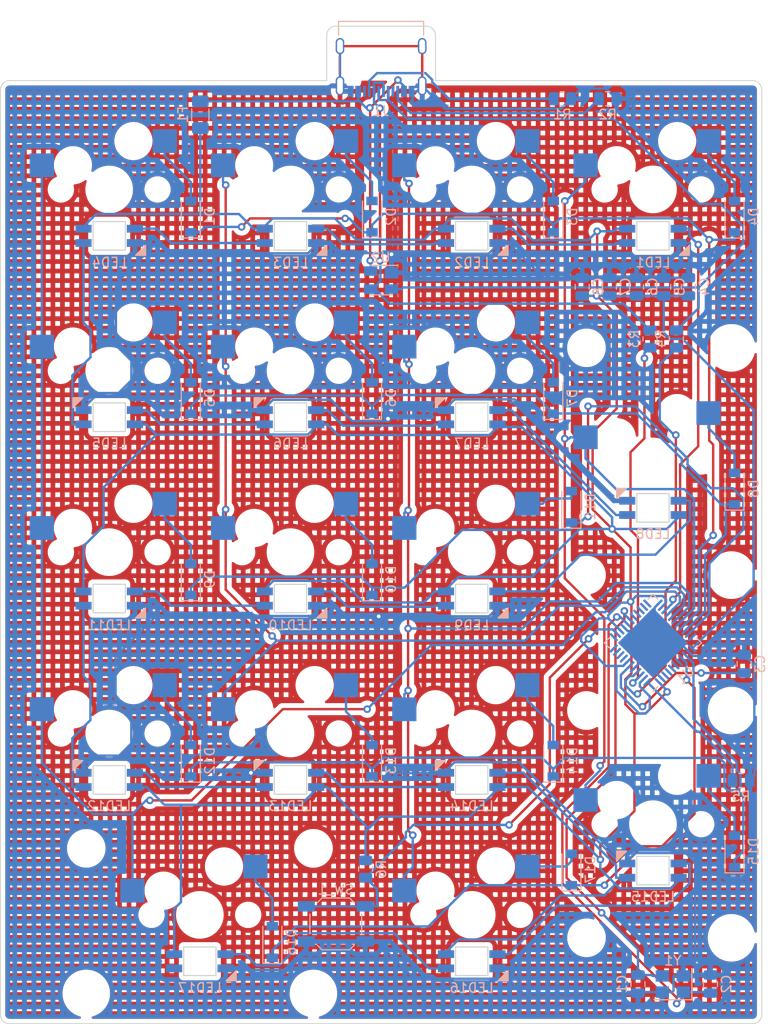
<source format=kicad_pcb>
(kicad_pcb (version 20211014) (generator pcbnew)
  (layers (0 "F.Cu" signal) (31 "B.Cu" signal) (34 "B.Paste" user) (35 "F.Paste" user) (36 "B.SilkS" user "B.Silkscreen") (37 "F.SilkS" user "F.Silkscreen") (38 "B.Mask" user) (39 "F.Mask" user) (44 "Edge.Cuts" user))
  (net 0 "")
  (net 1 "xtal1")
  (net 2 "GND")
  (net 3 "xtal2")
  (net 4 "Net-(C3-Pad1)")
  (net 5 "+5V")
  (net 6 "row0")
  (net 7 "Net-(D1-Pad2)")
  (net 8 "Net-(D2-Pad2)")
  (net 9 "Net-(D3-Pad2)")
  (net 10 "row1")
  (net 11 "Net-(D4-Pad2)")
  (net 12 "Net-(D5-Pad2)")
  (net 13 "Net-(D6-Pad2)")
  (net 14 "Net-(D7-Pad2)")
  (net 15 "row2")
  (net 16 "Net-(D8-Pad2)")
  (net 17 "Net-(D9-Pad2)")
  (net 18 "Net-(D10-Pad2)")
  (net 19 "row3")
  (net 20 "Net-(D11-Pad2)")
  (net 21 "Net-(D12-Pad2)")
  (net 22 "Net-(D13-Pad2)")
  (net 23 "Net-(D14-Pad2)")
  (net 24 "row4")
  (net 25 "Net-(D15-Pad2)")
  (net 26 "Net-(D16-Pad2)")
  (net 27 "Net-(J1-PadA6)")
  (net 28 "VCC")
  (net 29 "Net-(J1-PadA7)")
  (net 30 "Net-(J1-PadB5)")
  (net 32 "Net-(J1-PadA5)")
  (net 34 "led")
  (net 35 "Net-(LED1-Pad2)")
  (net 36 "Net-(LED2-Pad2)")
  (net 37 "Net-(LED3-Pad2)")
  (net 38 "Net-(D17-Pad2)")
  (net 39 "reset")
  (net 40 "d-")
  (net 41 "d+")
  (net 42 "col1")
  (net 43 "col2")
  (net 44 "col3")
  (net 45 "col0")
  (net 55 "Net-(R5-Pad1)")
  (net 59 "Net-(LED4-Pad2)")
  (net 60 "Net-(LED5-Pad2)")
  (net 61 "Net-(LED6-Pad2)")
  (net 62 "Net-(LED7-Pad2)")
  (net 63 "Net-(LED8-Pad2)")
  (net 64 "Net-(LED10-Pad4)")
  (net 65 "Net-(LED10-Pad2)")
  (net 66 "Net-(LED11-Pad2)")
  (net 67 "Net-(LED12-Pad2)")
  (net 68 "Net-(LED13-Pad2)")
  (net 69 "Net-(LED14-Pad2)")
  (net 70 "Net-(LED15-Pad2)")
  (net 71 "Net-(LED16-Pad2)")
  (footprint "Connector_USB:USB_C_Receptacle_Palconn_UTC16-G" (layer "B.Cu") (at 133.35 34.815)
    (fp_text reference "J1")
    (fp_text value "USB_C_Receptacle_USB2.0")
  )
  (footprint "Diode_SMD:D_SOD-123" (layer "B.Cu") (at 151.4475 69.5325 90)
    (fp_text reference "D7")
    (fp_text value "D_Small")
  )
  (footprint "Fuse:Fuse_1206_3216Metric" (layer "B.Cu") (at 114.35 39.77 -90)
    (fp_text reference "F1")
    (fp_text value "500mA")
  )
  (footprint "Custom:MXOnly-1U-Hotswap" (layer "B.Cu") (at 142.875 123.825 180)
    (fp_text reference "SW17")
    (fp_text value "SW_PUSH")
  )
  (footprint "Diode_SMD:D_SOD-123" (layer "B.Cu") (at 132.3975 88.5825 90)
    (fp_text reference "D10")
    (fp_text value "D_Small")
  )
  (footprint "Diode_SMD:D_SOD-123" (layer "B.Cu") (at 151.4475 50.4825 90)
    (fp_text reference "D3")
    (fp_text value "D_Small")
  )
  (footprint "Custom:YS-SK6812MINI-E" (layer "B.Cu") (at 104.775 71.55)
    (fp_text reference "LED5")
    (fp_text value "YS-SK6812MINI-E")
    (fp_line (start 1.7 -1.5) (end 1.7 1.5) (layer "Edge.Cuts") (width 0.12))
    (fp_line (start -1.7 1.5) (end -1.7 -1.5) (layer "Edge.Cuts") (width 0.12))
    (fp_line (start 1.7 1.5) (end -1.7 1.5) (layer "Edge.Cuts") (width 0.12))
    (fp_line (start -1.7 -1.5) (end 1.7 -1.5) (layer "Edge.Cuts") (width 0.12))
  )
  (footprint "Diode_SMD:D_SOD-123" (layer "B.Cu") (at 121.92 126.6825 90)
    (fp_text reference "D16")
    (fp_text value "D_Small")
  )
  (footprint "Capacitor_SMD:C_0805_2012Metric" (layer "B.Cu") (at 163.0575 57.85 90)
    (fp_text reference "C5")
    (fp_text value "0.1u")
  )
  (footprint "Resistor_SMD:R_0805_2012Metric" (layer "B.Cu") (at 157.1625 38.1)
    (fp_text reference "R2")
    (fp_text value "5.1k")
  )
  (footprint "Capacitor_SMD:C_0805_2012Metric" (layer "B.Cu") (at 160.3475 131.09 -90)
    (fp_text reference "C1")
    (fp_text value "22p")
  )
  (footprint "Diode_SMD:D_SOD-123" (layer "B.Cu") (at 113.3475 88.5825 90)
    (fp_text reference "D9")
    (fp_text value "D_Small")
  )
  (footprint "Custom:YS-SK6812MINI-E" (layer "B.Cu") (at 114.3 128.7 180)
    (fp_text reference "LED17")
    (fp_text value "YS-SK6812MINI-E")
    (fp_line (start -1.7 1.5) (end -1.7 -1.5) (layer "Edge.Cuts") (width 0.12))
    (fp_line (start 1.7 -1.5) (end 1.7 1.5) (layer "Edge.Cuts") (width 0.12))
    (fp_line (start 1.7 1.5) (end -1.7 1.5) (layer "Edge.Cuts") (width 0.12))
    (fp_line (start -1.7 -1.5) (end 1.7 -1.5) (layer "Edge.Cuts") (width 0.12))
  )
  (footprint "Diode_SMD:D_SOD-123" (layer "B.Cu") (at 132.3975 50.4825 90)
    (fp_text reference "D2")
    (fp_text value "D_Small")
  )
  (footprint "Custom:YS-SK6812MINI-E" (layer "B.Cu") (at 142.875 128.7 180)
    (fp_text reference "LED16")
    (fp_text value "YS-SK6812MINI-E")
    (fp_line (start -1.7 1.5) (end -1.7 -1.5) (layer "Edge.Cuts") (width 0.12))
    (fp_line (start -1.7 -1.5) (end 1.7 -1.5) (layer "Edge.Cuts") (width 0.12))
    (fp_line (start 1.7 1.5) (end -1.7 1.5) (layer "Edge.Cuts") (width 0.12))
    (fp_line (start 1.7 -1.5) (end 1.7 1.5) (layer "Edge.Cuts") (width 0.12))
  )
  (footprint "Custom:MXOnly-1U-Hotswap" (layer "B.Cu") (at 104.775 66.675 180)
    (fp_text reference "SW5")
    (fp_text value "SW_PUSH")
  )
  (footprint "Resistor_SMD:R_0805_2012Metric" (layer "B.Cu") (at 171.19 109.72)
    (fp_text reference "R5")
    (fp_text value "10k")
  )
  (footprint "Custom:MXOnly-1U-Hotswap" (layer "B.Cu") (at 123.825 47.625 180)
    (fp_text reference "SW2")
    (fp_text value "SW_PUSH")
  )
  (footprint "Diode_SMD:D_SOD-123" (layer "B.Cu") (at 132.3975 69.5325 90)
    (fp_text reference "D6")
    (fp_text value "D_Small")
  )
  (footprint "Resistor_SMD:R_0805_2012Metric" (layer "B.Cu") (at 152.4 38.1)
    (fp_text reference "R1")
    (fp_text value "5.1k")
  )
  (footprint "Custom:YS-SK6812MINI-E" (layer "B.Cu") (at 142.875 90.6 180)
    (fp_text reference "LED9")
    (fp_text value "YS-SK6812MINI-E")
    (fp_line (start -1.7 1.5) (end -1.7 -1.5) (layer "Edge.Cuts") (width 0.12))
    (fp_line (start 1.7 -1.5) (end 1.7 1.5) (layer "Edge.Cuts") (width 0.12))
    (fp_line (start 1.7 1.5) (end -1.7 1.5) (layer "Edge.Cuts") (width 0.12))
    (fp_line (start -1.7 -1.5) (end 1.7 -1.5) (layer "Edge.Cuts") (width 0.12))
  )
  (footprint "Diode_SMD:D_SOD-123" (layer "B.Cu") (at 113.3475 50.4825 90)
    (fp_text reference "D1")
    (fp_text value "D_Small")
  )
  (footprint "Custom:YS-SK6812MINI-E" (layer "B.Cu") (at 104.775 52.5 180)
    (fp_text reference "LED4")
    (fp_text value "YS-SK6812MINI-E")
    (fp_line (start 1.7 -1.5) (end 1.7 1.5) (layer "Edge.Cuts") (width 0.12))
    (fp_line (start 1.7 1.5) (end -1.7 1.5) (layer "Edge.Cuts") (width 0.12))
    (fp_line (start -1.7 -1.5) (end 1.7 -1.5) (layer "Edge.Cuts") (width 0.12))
    (fp_line (start -1.7 1.5) (end -1.7 -1.5) (layer "Edge.Cuts") (width 0.12))
  )
  (footprint "Button_Switch_SMD:SW_SPST_SKQG_WithStem" (layer "B.Cu") (at 128.5875 124.7775 180)
    (fp_text reference "SW_1")
    (fp_text value "SW_PUSH")
  )
  (footprint "Custom:MXOnly-1U-Hotswap" (layer "B.Cu") (at 161.925 47.625 180)
    (fp_text reference "SW4")
    (fp_text value "SW_PUSH")
  )
  (footprint "Custom:MXOnly-1U-Hotswap" (layer "B.Cu") (at 123.825 66.675 180)
    (fp_text reference "SW6")
    (fp_text value "SW_PUSH")
  )
  (footprint "Capacitor_SMD:C_0805_2012Metric" (layer "B.Cu") (at 157.3425 57.85 90)
    (fp_text reference "C7")
    (fp_text value "0.1u")
  )
  (footprint "Custom:YS-SK6812MINI-E" (layer "B.Cu") (at 142.875 52.5 180)
    (fp_text reference "LED2")
    (fp_text value "YS-SK6812MINI-E")
    (fp_line (start 1.7 1.5) (end -1.7 1.5) (layer "Edge.Cuts") (width 0.12))
    (fp_line (start -1.7 -1.5) (end 1.7 -1.5) (layer "Edge.Cuts") (width 0.12))
    (fp_line (start 1.7 -1.5) (end 1.7 1.5) (layer "Edge.Cuts") (width 0.12))
    (fp_line (start -1.7 1.5) (end -1.7 -1.5) (layer "Edge.Cuts") (width 0.12))
  )
  (footprint "Custom:MXOnly-1U-Hotswap" (layer "B.Cu") (at 142.875 104.775 180)
    (fp_text reference "SW14")
    (fp_text value "SW_PUSH")
  )
  (footprint "Resistor_SMD:R_0805_2012Metric" (layer "B.Cu") (at 164.39 63.33 -90)
    (fp_text reference "R4")
    (fp_text value "22")
  )
  (footprint "Custom:YS-SK6812MINI-E" (layer "B.Cu") (at 161.925 52.5 180)
    (fp_text reference "LED1")
    (fp_text value "YS-SK6812MINI-E")
    (fp_line (start 1.7 -1.5) (end 1.7 1.5) (layer "Edge.Cuts") (width 0.12))
    (fp_line (start 1.7 1.5) (end -1.7 1.5) (layer "Edge.Cuts") (width 0.12))
    (fp_line (start -1.7 1.5) (end -1.7 -1.5) (layer "Edge.Cuts") (width 0.12))
    (fp_line (start -1.7 -1.5) (end 1.7 -1.5) (layer "Edge.Cuts") (width 0.12))
  )
  (footprint "Diode_SMD:D_SOD-123" (layer "B.Cu") (at 170.4975 79.0575 90)
    (fp_text reference "D8")
    (fp_text value "D_Small")
  )
  (footprint "Custom:YS-SK6812MINI-E" (layer "B.Cu") (at 161.925 119.175)
    (fp_text reference "LED15")
    (fp_text value "YS-SK6812MINI-E")
    (fp_line (start 1.7 1.5) (end -1.7 1.5) (layer "Edge.Cuts") (width 0.12))
    (fp_line (start 1.7 -1.5) (end 1.7 1.5) (layer "Edge.Cuts") (width 0.12))
    (fp_line (start -1.7 1.5) (end -1.7 -1.5) (layer "Edge.Cuts") (width 0.12))
    (fp_line (start -1.7 -1.5) (end 1.7 -1.5) (layer "Edge.Cuts") (width 0.12))
  )
  (footprint "Diode_SMD:D_SOD-123" (layer "B.Cu") (at 113.3475 69.5325 90)
    (fp_text reference "D5")
    (fp_text value "D_Small")
  )
  (footprint "Custom:MXOnly-2U-Hotswap-VerticalStabilizers" (layer "B.Cu") (at 161.925 114.3 180)
    (fp_text reference "SW15")
    (fp_text value "SW_PUSH" hide)
  )
  (footprint "Diode_SMD:D_SOD-123" (layer "B.Cu") (at 153.3525 119.0625 90)
    (fp_text reference "D17")
    (fp_text value "D_Small")
  )
  (footprint "Custom:MXOnly-1U-Hotswap" (layer "B.Cu") (at 123.825 104.775 180)
    (fp_text reference "SW13")
    (fp_text value "SW_PUSH")
  )
  (footprint "Diode_SMD:D_SOD-123" (layer "B.Cu") (at 170.4975 117.1575 90)
    (fp_text reference "D15")
    (fp_text value "D_Small")
  )
  (footprint "Capacitor_SMD:C_0805_2012Metric" (layer "B.Cu") (at 171.51 97.47 90)
    (fp_text reference "C3")
    (fp_text value "1u")
  )
  (footprint "Package_TO_SOT_SMD:SOT-143" (layer "B.Cu") (at 133.35 57.15 180)
    (fp_text reference "U2")
    (fp_text value "PRTR5V0U2X")
  )
  (footprint "Custom:MXOnly-1U-Hotswap" (layer "B.Cu") (at 104.775 85.725 180)
    (fp_text reference "SW9")
    (fp_text value "SW_PUSH")
  )
  (footprint "Capacitor_SMD:C_0805_2012Metric" (layer "B.Cu") (at 165.6468 57.85 90)
    (fp_text reference "C4")
    (fp_text value "0.1u")
  )
  (footprint "Custom:MXOnly-1U-Hotswap" (layer "B.Cu") (at 142.875 85.725 180)
    (fp_text reference "SW11")
    (fp_text value "SW_PUSH")
  )
  (footprint "Custom:YS-SK6812MINI-E" (layer "B.Cu") (at 142.875 109.65)
    (fp_text reference "LED14")
    (fp_text value "YS-SK6812MINI-E")
    (fp_line (start -1.7 -1.5) (end 1.7 -1.5) (layer "Edge.Cuts") (width 0.12))
    (fp_line (start 1.7 1.5) (end -1.7 1.5) (layer "Edge.Cuts") (width 0.12))
    (fp_line (start 1.7 -1.5) (end 1.7 1.5) (layer "Edge.Cuts") (width 0.12))
    (fp_line (start -1.7 1.5) (end -1.7 -1.5) (layer "Edge.Cuts") (width 0.12))
  )
  (footprint "Custom:MXOnly-1U-Hotswap" (layer "B.Cu") (at 104.775 47.625 180)
    (fp_text reference "SW1")
    (fp_text value "SW_PUSH")
  )
  (footprint "Package_DFN_QFN:QFN-44-1EP_7x7mm_P0.5mm_EP5.2x5.2mm" (layer "B.Cu") (at 161.925 95.25 45)
    (fp_text reference "U1")
    (fp_text value "ATmega32U4-M")
  )
  (footprint "Diode_SMD:D_SOD-123" (layer "B.Cu") (at 113.3475 107.6325 90)
    (fp_text reference "D12")
    (fp_text value "D_Small")
  )
  (footprint "Capacitor_SMD:C_0805_2012Metric" (layer "B.Cu") (at 167.9675 131.09 90)
    (fp_text reference "C2")
    (fp_text value "22p")
  )
  (footprint "Custom:MXOnly-2U-Hotswap-VerticalStabilizers" (layer "B.Cu") (at 161.925 76.2 180)
    (fp_text reference "SW8")
    (fp_text value "SW_PUSH" hide)
  )
  (footprint "Custom:MXOnly-1U-Hotswap" (layer "B.Cu") (at 123.825 85.725 180)
    (fp_text reference "SW10")
    (fp_text value "SW_PUSH")
  )
  (footprint "Diode_SMD:D_SOD-123" (layer "B.Cu") (at 170.4975 50.4825 90)
    (fp_text reference "D4")
    (fp_text value "D_Small")
  )
  (footprint "Capacitor_SMD:C_0805_2012Metric" (layer "B.Cu") (at 154.485 57.85 90)
    (fp_text reference "C8")
    (fp_text value "10u")
  )
  (footprint "Diode_SMD:D_SOD-123" (layer "B.Cu") (at 151.4475 107.6325 90)
    (fp_text reference "D14")
    (fp_text value "D_Small")
  )
  (footprint "Custom:YS-SK6812MINI-E" (layer "B.Cu") (at 104.775 90.6 180)
    (fp_text reference "LED11")
    (fp_text value "YS-SK6812MINI-E")
    (fp_line (start -1.7 1.5) (end -1.7 -1.5) (layer "Edge.Cuts") (width 0.12))
    (fp_line (start 1.7 1.5) (end -1.7 1.5) (layer "Edge.Cuts") (width 0.12))
    (fp_line (start 1.7 -1.5) (end 1.7 1.5) (layer "Edge.Cuts") (width 0.12))
    (fp_line (start -1.7 -1.5) (end 1.7 -1.5) (layer "Edge.Cuts") (width 0.12))
  )
  (footprint "Custom:MXOnly-1U-Hotswap" (layer "B.Cu") (at 142.875 66.675 180)
    (fp_text reference "SW7")
    (fp_text value "SW_PUSH")
  )
  (footprint "Crystal:Crystal_SMD_3225-4Pin_3.2x2.5mm" (layer "B.Cu") (at 164.01 131.09 180)
    (fp_text reference "Y1")
    (fp_text value "Crystal_GND24")
  )
  (footprint "Custom:YS-SK6812MINI-E" (layer "B.Cu") (at 123.825 109.65)
    (fp_text reference "LED13")
    (fp_text value "YS-SK6812MINI-E")
    (fp_line (start -1.7 1.5) (end -1.7 -1.5) (layer "Edge.Cuts") (width 0.12))
    (fp_line (start 1.7 -1.5) (end 1.7 1.5) (layer "Edge.Cuts") (width 0.12))
    (fp_line (start -1.7 -1.5) (end 1.7 -1.5) (layer "Edge.Cuts") (width 0.12))
    (fp_line (start 1.7 1.5) (end -1.7 1.5) (layer "Edge.Cuts") (width 0.12))
  )
  (footprint "Diode_SMD:D_SOD-123" (layer "B.Cu") (at 132.3975 107.6325 90)
    (fp_text reference "D13")
    (fp_text value "D_Small")
  )
  (footprint "Custom:YS-SK6812MINI-E" (layer "B.Cu") (at 161.925 81.075)
    (fp_text reference "LED8")
    (fp_text value "YS-SK6812MINI-E")
    (fp_line (start 1.7 1.5) (end -1.7 1.5) (layer "Edge.Cuts") (width 0.12))
    (fp_line (start 1.7 -1.5) (end 1.7 1.5) (layer "Edge.Cuts") (width 0.12))
    (fp_line (start -1.7 -1.5) (end 1.7 -1.5) (layer "Edge.Cuts") (width 0.12))
    (fp_line (start -1.7 1.5) (end -1.7 -1.5) (layer "Edge.Cuts") (width 0.12))
  )
  (footprint "Diode_SMD:D_SOD-123" (layer "B.Cu") (at 153.3525 80.9625 90)
    (fp_text reference "D11")
    (fp_text value "D_Small")
  )
  (footprint "Capacitor_SMD:C_0805_2012Metric" (layer "B.Cu") (at 160.2 57.85 90)
    (fp_text reference "C6")
    (fp_text value "0.1u")
  )
  (footprint "Custom:MXOnly-2U-Hotswap" (layer "B.Cu") (at 114.3 123.825 180)
    (fp_text reference "SW16")
    (fp_text value "SW_PUSH")
  )
  (footprint "Custom:MXOnly-1U-Hotswap" (layer "B.Cu") (at 104.775 104.775 180)
    (fp_text reference "SW12")
    (fp_text value "SW_PUSH")
  )
  (footprint "Custom:YS-SK6812MINI-E" (layer "B.Cu") (at 123.825 52.5 180)
    (fp_text reference "LED3")
    (fp_text value "YS-SK6812MINI-E")
    (fp_line (start 1.7 1.5) (end -1.7 1.5) (layer "Edge.Cuts") (width 0.12))
    (fp_line (start -1.7 -1.5) (end 1.7 -1.5) (layer "Edge.Cuts") (width 0.12))
    (fp_line (start -1.7 1.5) (end -1.7 -1.5) (layer "Edge.Cuts") (width 0.12))
    (fp_line (start 1.7 -1.5) (end 1.7 1.5) (layer "Edge.Cuts") (width 0.12))
  )
  (footprint "Resistor_SMD:R_0805_2012Metric" (layer "B.Cu") (at 131.72 119.01 90)
    (fp_text reference "R6")
    (fp_text value "10k")
  )
  (footprint "Resistor_SMD:R_0805_2012Metric" (layer "B.Cu") (at 161.61 63.33 -90)
    (fp_text reference "R3")
    (fp_text value "22")
  )
  (footprint "Custom:YS-SK6812MINI-E" (layer "B.Cu") (at 123.825 71.55)
    (fp_text reference "LED6")
    (fp_text value "YS-SK6812MINI-E")
    (fp_line (start -1.7 1.5) (end -1.7 -1.5) (layer "Edge.Cuts") (width 0.12))
    (fp_line (start -1.7 -1.5) (end 1.7 -1.5) (layer "Edge.Cuts") (width 0.12))
    (fp_line (start 1.7 -1.5) (end 1.7 1.5) (layer "Edge.Cuts") (width 0.12))
    (fp_line (start 1.7 1.5) (end -1.7 1.5) (layer "Edge.Cuts") (width 0.12))
  )
  (footprint "Custom:MXOnly-1U-Hotswap" (layer "B.Cu") (at 142.875 47.625 180)
    (fp_text reference "SW3")
    (fp_text value "SW_PUSH")
  )
  (footprint "Custom:YS-SK6812MINI-E" (layer "B.Cu") (at 104.775 109.65)
    (fp_text reference "LED12")
    (fp_text value "YS-SK6812MINI-E")
    (fp_line (start -1.7 1.5) (end -1.7 -1.5) (layer "Edge.Cuts") (width 0.12))
    (fp_line (start 1.7 1.5) (end -1.7 1.5) (layer "Edge.Cuts") (width 0.12))
    (fp_line (start 1.7 -1.5) (end 1.7 1.5) (layer "Edge.Cuts") (width 0.12))
    (fp_line (start -1.7 -1.5) (end 1.7 -1.5) (layer "Edge.Cuts") (width 0.12))
  )
  (footprint "Custom:YS-SK6812MINI-E" (layer "B.Cu") (at 123.825 90.6 180)
    (fp_text reference "LED10")
    (fp_text value "YS-SK6812MINI-E")
    (fp_line (start 1.7 -1.5) (end 1.7 1.5) (layer "Edge.Cuts") (width 0.12))
    (fp_line (start 1.7 1.5) (end -1.7 1.5) (layer "Edge.Cuts") (width 0.12))
    (fp_line (start -1.7 -1.5) (end 1.7 -1.5) (layer "Edge.Cuts") (width 0.12))
    (fp_line (start -1.7 1.5) (end -1.7 -1.5) (layer "Edge.Cuts") (width 0.12))
  )
  (footprint "Custom:YS-SK6812MINI-E" (layer "B.Cu") (at 142.875 71.55)
    (fp_text reference "LED7")
    (fp_text value "YS-SK6812MINI-E")
    (fp_line (start -1.7 -1.5) (end 1.7 -1.5) (layer "Edge.Cuts") (width 0.12))
    (fp_line (start -1.7 1.5) (end -1.7 -1.5) (layer "Edge.Cuts") (width 0.12))
    (fp_line (start 1.7 1.5) (end -1.7 1.5) (layer "Edge.Cuts") (width 0.12))
    (fp_line (start 1.7 -1.5) (end 1.7 1.5) (layer "Edge.Cuts") (width 0.12))
  )
  (gr_line (start 127.635 31.4325) (end 127.635 36.195) (layer "Edge.Cuts") (width 0.1))
  (gr_line (start 138.1125 30.48) (end 128.5875 30.48) (layer "Edge.Cuts") (width 0.1))
  (gr_line (start 127.635 36.195) (end 94.2975 36.195) (layer "Edge.Cuts") (width 0.1))
  (gr_line (start 172.4025 36.195) (end 139.065 36.195) (layer "Edge.Cuts") (width 0.1))
  (gr_arc (start 172.4025 36.195) (mid 173.076019 36.473981) (end 173.355 37.1475) (layer "Edge.Cuts") (width 0.1))
  (gr_arc (start 127.635 31.4325) (mid 127.913981 30.758981) (end 128.5875 30.48) (layer "Edge.Cuts") (width 0.1))
  (gr_line (start 94.2975 135.255) (end 172.4025 135.255) (layer "Edge.Cuts") (width 0.1))
  (gr_line (start 173.355 134.3025) (end 173.355 37.1475) (layer "Edge.Cuts") (width 0.1))
  (gr_arc (start 173.355 134.3025) (mid 173.076019 134.976019) (end 172.4025 135.255) (layer "Edge.Cuts") (width 0.1))
  (gr_arc (start 93.345 37.1475) (mid 93.623981 36.473981) (end 94.2975 36.195) (layer "Edge.Cuts") (width 0.1))
  (gr_line (start 139.065 36.195) (end 139.065 31.4325) (layer "Edge.Cuts") (width 0.1))
  (gr_line (start 93.345 37.1475) (end 93.345 134.3025) (layer "Edge.Cuts") (width 0.1))
  (gr_arc (start 94.2975 135.255) (mid 93.623981 134.976019) (end 93.345 134.3025) (layer "Edge.Cuts") (width 0.1))
  (gr_arc (start 138.1125 30.48) (mid 138.786019 30.758981) (end 139.065 31.4325) (layer "Edge.Cuts") (width 0.1))
  (segment (start 157.984 93.7544) (end 158.9157 92.8227) (width 0.25) (layer "F.Cu") (net 1))
  (segment (start 157.984 108.6701) (end 157.984 93.7544) (width 0.25) (layer "F.Cu") (net 1))
  (segment (start 158.9157 92.8227) (end 158.9157 91.9017) (width 0.25) (layer "F.Cu") (net 1))
  (segment (start 152.84952 119.92912) (end 152.84952 113.80458) (width 0.25) (layer "F.Cu") (net 1))
  (segment (start 156.5291 123.6087) (end 152.84952 119.92912) (width 0.25) (layer "F.Cu") (net 1))
  (segment (start 152.84952 113.80458) (end 157.984 108.6701) (width 0.25) (layer "F.Cu") (net 1))
  (via (at 156.5291 123.6087) (size 0.8) (drill 0.4) (layers "F.Cu" "B.Cu") (net 1))
  (via (at 158.9157 91.9017) (size 0.8) (drill 0.4) (layers "F.Cu" "B.Cu") (net 1))
  (segment (start 161.7847 130.14) (end 160.3475 130.14) (width 0.25) (layer "B.Cu") (net 1))
  (segment (start 158.9157 92.2407) (end 158.9157 91.9017) (width 0.25) (layer "B.Cu") (net 1))
  (segment (start 162.91 130.24) (end 161.8847 130.24) (width 0.25) (layer "B.Cu") (net 1))
  (segment (start 160.3475 127.4271) (end 156.5291 123.6087) (width 0.25) (layer "B.Cu") (net 1))
  (segment (start 161.8847 130.24) (end 161.7847 130.14) (width 0.25) (layer "B.Cu") (net 1))
  (segment (start 159.565 92.89) (end 158.9157 92.2407) (width 0.25) (layer "B.Cu") (net 1))
  (segment (start 160.3475 130.14) (end 160.3475 127.4271) (width 0.25) (layer "B.Cu") (net 1))
  (segment (start 134.4457 54.4376) (end 134.0779 54.8054) (width 0.25) (layer "F.Cu") (net 2))
  (segment (start 133.1019 92.4678) (end 133.1019 72.6898) (width 0.25) (layer "F.Cu") (net 2))
  (segment (start 133.6188 108.9433) (end 132.4551 107.7796) (width 0.25) (layer "F.Cu") (net 2))
  (segment (start 119.6672 108.9) (end 120.7876 107.7796) (width 0.25) (layer "F.Cu") (net 2))
  (segment (start 137.67 32.575) (end 129.03 32.575) (width 0.25) (layer "F.Cu") (net 2))
  (segment (start 137.67 36.745) (end 137.67 32.575) (width 0.25) (layer "F.Cu") (net 2))
  (segment (start 133.1019 72.6898) (end 134.0779 71.7138) (width 0.25) (layer "F.Cu") (net 2))
  (segment (start 133.1019 107.1328) (end 133.1019 92.4678) (width 0.25) (layer "F.Cu") (net 2))
  (segment (start 120.7876 107.7796) (end 132.4551 107.7796) (width 0.25) (layer "F.Cu") (net 2))
  (segment (start 134.0779 54.8054) (end 134.0779 71.7138) (width 0.25) (layer "F.Cu") (net 2))
  (segment (start 134.4457 39.9693) (end 134.4457 54.4376) (width 0.25) (layer "F.Cu") (net 2))
  (segment (start 137.67 36.745) (end 134.4457 39.9693) (width 0.25) (layer "F.Cu") (net 2))
  (segment (start 132.4551 107.7796) (end 133.1019 107.1328) (width 0.25) (layer "F.Cu") (net 2))
  (via (at 119.6672 108.9) (size 0.8) (drill 0.4) (layers "F.Cu" "B.Cu") (net 2))
  (via (at 134.4457 54.4376) (size 0.8) (drill 0.4) (layers "F.Cu" "B.Cu") (net 2))
  (via (at 133.1019 92.4678) (size 0.8) (drill 0.4) (layers "F.Cu" "B.Cu") (net 2))
  (via (at 133.6188 108.9433) (size 0.8) (drill 0.4) (layers "F.Cu" "B.Cu") (net 2))
  (via (at 134.0779 71.7138) (size 0.8) (drill 0.4) (layers "F.Cu" "B.Cu") (net 2))
  (segment (start 166.3665 130.0088) (end 167.8363 130.0088) (width 0.25) (layer "B.Cu") (net 2))
  (segment (start 172.1025 109.72) (end 172.5791 109.2434) (width 0.25) (layer "B.Cu") (net 2))
  (segment (start 105.7568 69.0133) (end 107.1048 67.6653) (width 0.25) (layer "B.Cu") (net 2))
  (segment (start 108.6503 54.3407) (end 108.6503 53.25) (width 0.25) (layer "B.Cu") (net 2))
  (segment (start 161.1292 97.2826) (end 160.5995 97.2826) (width 0.25) (layer "B.Cu") (net 2))
  (segment (start 103.5971 107.0997) (end 105.8184 107.0997) (width 0.25) (layer "B.Cu") (net 2))
  (segment (start 162.91 131.94) (end 163.9353 131.94) (width 0.25) (layer "B.Cu") (net 2))
  (segment (start 102.075 108.9) (end 102.075 108.6218) (width 0.25) (layer "B.Cu") (net 2))
  (segment (start 140.175 70.8) (end 140.175 70.5831) (width 0.25) (layer "B.Cu") (net 2))
  (segment (start 147.8496 107.7913) (end 141.0667 107.7913) (width 0.25) (layer "B.Cu") (net 2))
  (segment (start 162.91 131.94) (end 160.4475 131.94) (width 0.25) (layer "B.Cu") (net 2))
  (segment (start 145.575 53.25) (end 145.575 53.4601) (width 0.25) (layer "B.Cu") (net 2))
  (segment (start 159.225 118.1544) (end 160.0463 117.3331) (width 0.25) (layer "B.Cu") (net 2))
  (segment (start 121.125 70.5796) (end 121.9839 69.7207) (width 0.25) (layer "B.Cu") (net 2))
  (segment (start 172.5791 109.2434) (end 172.5791 97.5891) (width 0.25) (layer "B.Cu") (net 2))
  (segment (start 154.3853 37.0272) (end 157.0022 37.0272) (width 0.25) (layer "B.Cu") (net 2))
  (segment (start 162.1018 91.5377) (end 162.5172 91.1223) (width 0.25) (layer "B.Cu") (net 2))
  (segment (start 138.9564 108.9433) (end 133.6188 108.9433) (width 0.25) (layer "B.Cu") (net 2))
  (segment (start 152.2716 39.1409) (end 153.3125 38.1) (width 0.25) (layer "B.Cu") (net 2))
  (segment (start 134.3849 54.3146) (end 128.7649 54.3146) (width 0.25) (layer "B.Cu") (net 2))
  (segment (start 159.225 118.425) (end 159.225 118.1544) (width 0.25) (layer "B.Cu") (net 2))
  (segment (start 131.6875 126.6275) (end 132.9128 126.6275) (width 0.25) (layer "B.Cu") (net 2))
  (segment (start 161.925 94.018) (end 162.1018 93.8412) (width 0.25) (layer "B.Cu") (net 2))
  (segment (start 164.0847 130.24) (end 164.0847 131.7906) (width 0.25) (layer "B.Cu") (net 2))
  (segment (start 129.03 36.745) (end 129.61 37.325) (width 0.25) (layer "B.Cu") (net 2))
  (segment (start 140.175 108.9) (end 138.9997 108.9) (width 0.25) (layer "B.Cu") (net 2))
  (segment (start 145.575 53.25) (end 146.7503 53.25) (width 0.25) (layer "B.Cu") (net 2))
  (segment (start 107.0974 102.5735) (end 105.4381 100.9142) (width 0.25) (layer "B.Cu") (net 2))
  (segment (start 129.03 32.575) (end 129.03 35.4197) (width 0.25) (layer "B.Cu") (net 2))
  (segment (start 145.575 129.45) (end 146.7503 129.45) (width 0.25) (layer "B.Cu") (net 2))
  (segment (start 163.0575 56.9) (end 160.2 56.9) (width 0.25) (layer "B.Cu") (net 2))
  (segment (start 127.1127 91.35) (end 126.0323 92.4304) (width 0.25) (layer "B.Cu") (net 2))
  (segment (start 161.1292 96.0458) (end 161.925 95.25) (width 0.25) (layer "B.Cu") (net 2))
  (segment (start 161.925 95.25) (end 161.925 94.018) (width 0.25) (layer "B.Cu") (net 2))
  (segment (start 166.3665 119.5829) (end 166.3665 130.0088) (width 0.25) (layer "B.Cu") (net 2))
  (segment (start 126.525 91.35) (end 127.1127 91.35) (width 0.25) (layer "B.Cu") (net 2))
  (segment (start 130.3243 71.9579) (end 133.8338 71.9579) (width 0.25) (layer "B.Cu") (net 2))
  (segment (start 158.8579 93.5971) (end 159.2788 94.018) (width 0.25) (layer "B.Cu") (net 2))
  (segment (start 129.03 36.745) (end 129.03 35.4197) (width 0.25) (layer "B.Cu") (net 2))
  (segment (start 165.11 130.24) (end 166.1353 130.24) (width 0.25) (layer "B.Cu") (net 2))
  (segment (start 126.525 53.4704) (end 125.6547 54.3407) (width 0.25) (layer "B.Cu") (net 2))
  (segment (start 166.3665 119.5829) (end 171.2899 119.5829) (width 0.25) (layer "B.Cu") (net 2))
  (segment (start 165.8003 56.7465) (end 165.8003 53.25) (width 0.25) (layer "B.Cu") (net 2))
  (segment (start 117 129.45) (end 118.1753 129.45) (width 0.25) (layer "B.Cu") (net 2))
  (segment (start 134.9917 70.8) (end 140.175 70.8) (width 0.25) (layer "B.Cu") (net 2))
  (segment (start 136.55 37.325) (end 137.09 37.325) (width 0.25) (layer "B.Cu") (net 2))
  (segment (start 128.0871 69.7207) (end 130.3243 71.9579) (width 0.25) (layer "B.Cu") (net 2))
  (segment (start 150.4003 56.9) (end 146.7503 53.25) (width 0.25) (layer "B.Cu") (net 2))
  (segment (start 133.8338 71.9579) (end 134.0779 71.7138) (width 0.25) (layer "B.Cu") (net 2))
  (segment (start 131.6875 126.6275) (end 130.4622 126.6275) (width 0.25) (layer "B.Cu") (net 2))
  (segment (start 105.4787 63.9963) (end 105.4787 57.5123) (width 0.25) (layer "B.Cu") (net 2))
  (segment (start 107.0974 105.8207) (end 107.0974 102.5735) (width 0.25) (layer "B.Cu") (net 2))
  (segment (start 118.3442 129.6189) (end 123.1403 129.6189) (width 0.25) (layer "B.Cu") (net 2))
  (segment (start 165.6992 96.1958) (end 164.7534 95.25) (width 0.25) (layer "B.Cu") (net 2))
  (segment (start 134.0779 71.7138) (end 134.9917 70.8) (width 0.25) (layer "B.Cu") (net 2))
  (segment (start 153.3125 38.1) (end 154.3853 37.0272) (width 0.25) (layer "B.Cu") (net 2))
  (segment (start 102.075 70.5831) (end 103.6448 69.0133) (width 0.25) (layer "B.Cu") (net 2))
  (segment (start 137.09 37.325) (end 137.67 36.745) (width 0.25) (layer "B.Cu") (net 2))
  (segment (start 128.7649 54.3146) (end 127.7003 53.25) (width 0.25) (layer "B.Cu") (net 2))
  (segment (start 125.6547 54.3407) (end 108.6503 54.3407) (width 0.25) (layer "B.Cu") (net 2))
  (segment (start 125.4875 126.6275) (end 126.1317 126.6275) (width 0.25) (layer "B.Cu") (net 2))
  (segment (start 138.9997 108.9) (end 138.9564 108.9433) (width 0.25) (layer "B.Cu") (net 2))
  (segment (start 107.475 91.35) (end 108.6503 91.35) (width 0.25) (layer "B.Cu") (net 2))
  (segment (start 123.1403 129.6189) (end 126.1317 126.6275) (width 0.25) (layer "B.Cu") (net 2))
  (segment (start 158.2127 118.1544) (end 147.8496 107.7913) (width 0.25) (layer "B.Cu") (net 2))
  (segment (start 136.8212 130.5359) (end 146.7503 130.5359) (width 0.25) (layer "B.Cu") (net 2))
  (segment (start 159.225 118.1544) (end 158.2127 118.1544) (width 0.25) (layer "B.Cu") (net 2))
  (segment (start 133.1019 92.4678) (end 128.2305 92.4678) (width 0.25) (layer "B.Cu") (net 2))
  (segment (start 144.6554 54.3797) (end 134.45 54.3797) (width 0.25) (layer "B.Cu") (net 2))
  (segment (start 129.61 37.325) (end 130.15 37.325) (width 0.25) (layer "B.Cu") (net 2))
  (segment (start 160.2 56.9) (end 157.3425 56.9) (width 0.25) (layer "B.Cu") (net 2))
  (segment (start 157.3425 56.9) (end 154.485 56.9) (width 0.25) (layer "B.Cu") (net 2))
  (segment (start 161.1292 97.2826) (end 161.1292 96.0458) (width 0.25) (layer "B.Cu") (net 2))
  (segment (start 165.6468 56.9) (end 163.0575 56.9) (width 0.25) (layer "B.Cu") (net 2))
  (segment (start 172.1025 118.7703) (end 172.1025 109.72) (width 0.25) (layer "B.Cu") (net 2))
  (segment (start 160.0463 117.3331) (end 165.3641 117.3331) (width 0.25) (layer "B.Cu") (net 2))
  (segment (start 140.175 108.683) (end 140.175 108.9) (width 0.25) (layer "B.Cu") (net 2))
  (segment (start 118.1753 129.45) (end 118.3442 129.6189) (width 0.25) (layer "B.Cu") (net 2))
  (segment (start 126.7128 126.6275) (end 130.4622 126.6275) (width 0.25) (layer "B.Cu") (net 2))
  (segment (start 134.4457 55.4504) (end 134.4457 54.4376) (width 0.25) (layer "B.Cu") (net 2))
  (segment (start 166.1353 130.24) (end 166.3665 130.0088) (width 0.25) (layer "B.Cu") (net 2))
  (segment (start 126.525 53.25) (end 126.525 53.4704) (width 0.25) (layer "B.Cu") (net 2))
  (segment (start 134.45 54.4333) (end 134.45 54.3797) (width 0.25) (layer "B.Cu") (net 2))
  (segment (start 165.6992 96.1958) (end 166.1323 96.6289) (width 0.25) (layer "B.Cu") (net 2))
  (segment (start 146.7503 130.5359) (end 148.2544 132.04) (width 0.25) (layer "B.Cu") (net 2))
  (segment (start 140.0659 39.1409) (end 152.2716 39.1409) (width 0.25) (layer "B.Cu") (net 2))
  (segment (start 121.9839 69.7207) (end 128.0871 69.7207) (width 0.25) (layer "B.Cu") (net 2))
  (segment (start 141.0667 107.7913) (end 140.175 108.683) (width 0.25) (layer "B.Cu") (net 2))
  (segment (start 119.9497 108.9) (end 119.6672 108.9) (width 0.25) (layer "B.Cu") (net 2))
  (segment (start 134.45 54.3797) (end 134.3849 54.3146) (width 0.25) (layer "B.Cu") (net 2))
  (segment (start 134.45 56.38) (end 134.45 55.4547) (width 0.25) (layer "B.Cu") (net 2))
  (segment (start 145.575 91.5791) (end 144.6863 92.4678) (width 0.25) (layer "B.Cu") (net 2))
  (segment (start 160.5995 97.2826) (end 159.9186 97.9635) (width 0.25) (layer "B.Cu") (net 2))
  (segment (start 121.125 108.9) (end 119.9497 108.9) (width 0.25) (layer "B.Cu") (net 2))
  (segment (start 165.3641 117.3331) (end 166.3665 118.3355) (width 0.25) (layer "B.Cu") (net 2))
  (segment (start 162.1018 93.8412) (end 162.1018 91.5377) (width 0.25) (layer "B.Cu") (net 2))
  (segment (start 105.4381 96.723) (end 109.7307 92.4304) (width 0.25) (layer "B.Cu") (net 2))
  (segment (start 140.175 70.5831) (end 141.0788 69.6793) (width 0.25) (layer "B.Cu") (net 2))
  (segment (start 121.125 70.8) (end 121.125 70.5796) (width 0.25) (layer "B.Cu") (net 2))
  (segment (start 126.0323 92.4304) (end 109.7307 92.4304) (width 0.25) (layer "B.Cu") (net 2))
  (segment (start 102.075 108.6218) (end 103.5971 107.0997) (width 0.25) (layer "B.Cu") (net 2))
  (segment (start 166.3665 118.3355) (end 166.3665 119.5829) (width 0.25) (layer "B.Cu") (net 2))
  (segment (start 167.8363 130.0088) (end 167.9675 130.14) (width 0.25) (layer "B.Cu") (net 2))
  (segment (start 147.404 69.6793) (end 158.0497 80.325) (width 0.25) (layer "B.Cu") (net 2))
  (segment (start 109.7307 92.4304) (end 108.6503 91.35) (width 0.25) (layer "B.Cu") (net 2))
  (segment (start 134.4457 54.4376) (end 134.45 54.4333) (width 0.25) (layer "B.Cu") (net 2))
  (segment (start 159.225 80.325) (end 158.0497 80.325) (width 0.25) (layer "B.Cu") (net 2))
  (segment (start 145.575 91.35) (end 145.575 91.5791) (width 0.25) (layer "B.Cu") (net 2))
  (segment (start 105.8184 107.0997) (end 107.0974 105.8207) (width 0.25) (layer "B.Cu") (net 2))
  (segment (start 128.2305 92.4678) (end 127.1127 91.35) (width 0.25) (layer "B.Cu") (net 2))
  (segment (start 102.075 70.8) (end 102.075 70.5831) (width 0.25) (layer "B.Cu") (net 2))
  (segment (start 165.11 130.24) (end 164.0847 130.24) (width 0.25) (layer "B.Cu") (net 2))
  (segment (start 105.4787 57.5123) (end 108.6503 54.3407) (width 0.25) (layer "B.Cu") (net 2))
  (segment (start 148.2544 132.04) (end 160.3475 132.04) (width 0.25) (layer "B.Cu") (net 2))
  (segment (start 162.8708 99.0242) (end 161.1292 97.2826) (width 0.25) (layer "B.Cu") (net 2))
  (segment (start 105.4381 100.9142) (end 105.4381 96.723) (width 0.25) (layer "B.Cu") (net 2))
  (segment (start 164.7534 95.25) (end 161.925 95.25) (width 0.25) (layer "B.Cu") (net 2))
  (segment (start 126.1317 126.6275) (end 126.7128 126.6275) (width 0.25) (layer "B.Cu") (net 2))
  (segment (start 137.67 36.745) (end 140.0659 39.1409) (width 0.25) (layer "B.Cu") (net 2))
  (segment (start 171.2899 119.5829) (end 172.1025 118.7703) (width 0.25) (layer "B.Cu") (net 2))
  (segment (start 165.6468 56.9) (end 165.8003 56.7465) (width 0.25) (layer "B.Cu") (net 2))
  (segment (start 171.4011 96.6289) (end 171.51 96.52) (width 0.25) (layer "B.Cu") (net 2))
  (segment (start 164.0847 131.7906) (end 163.9353 131.94) (width 0.25) (layer "B.Cu") (net 2))
  (segment (start 172.5791 97.5891) (end 171.51 96.52) (width 0.25) (layer "B.Cu") (net 2))
  (segment (start 103.6448 69.0133) (end 105.7568 69.0133) (width 0.25) (layer "B.Cu") (net 2))
  (segment (start 160.4475 131.94) (end 160.3475 132.04) (width 0.25) (layer "B.Cu") (net 2))
  (segment (start 134.45 55.4547) (end 134.4457 55.4504) (width 0.25) (layer "B.Cu") (net 2))
  (segment (start 132.9128 126.6275) (end 136.8212 130.5359) (width 0.25) (layer "B.Cu") (net 2))
  (segment (start 107.475 53.25) (end 108.6503 53.25) (width 0.25) (layer "B.Cu") (net 2))
  (segment (start 144.6863 92.4678) (end 133.1019 92.4678) (width 0.25) (layer "B.Cu") (net 2))
  (segment (start 166.1323 96.6289) (end 171.4011 96.6289) (width 0.25) (layer "B.Cu") (net 2))
  (segment (start 164.625 53.25) (end 165.8003 53.25) (width 0.25) (layer "B.Cu") (net 2))
  (segment (start 154.485 56.9) (end 150.4003 56.9) (width 0.25) (layer "B.Cu") (net 2))
  (segment (start 126.525 53.25) (end 127.7003 53.25) (width 0.25) (layer "B.Cu") (net 2))
  (segment (start 107.1048 67.6653) (end 107.1048 65.6224) (width 0.25) (layer "B.Cu") (net 2))
  (segment (start 159.2788 94.018) (end 161.925 94.018) (width 0.25) (layer "B.Cu") (net 2))
  (segment (start 141.0788 69.6793) (end 147.404 69.6793) (width 0.25) (layer "B.Cu") (net 2))
  (segment (start 146.7503 130.5359) (end 146.7503 129.45) (width 0.25) (layer "B.Cu") (net 2))
  (segment (start 107.1048 65.6224) (end 105.4787 63.9963) (width 0.25) (layer "B.Cu") (net 2))
  (segment (start 157.0022 37.0272) (end 158.075 38.1) (width 0.25) (layer "B.Cu") (net 2))
  (segment (start 145.575 53.4601) (end 144.6554 54.3797) (width 0.25) (layer "B.Cu") (net 2))
  (segment (start 158.1231 92.535) (end 157.263 93.3951) (width 0.25) (layer "F.Cu") (net 3))
  (segment (start 164.4168 132.5221) (end 164.4168 133.1459) (width 0.25) (layer "F.Cu") (net 3))
  (segment (start 152.4 113.1648) (end 152.4 120.5053) (width 0.25) (layer "F.Cu") (net 3))
  (segment (start 157.263 108.3018) (end 152.4 113.1648) (width 0.25) (layer "F.Cu") (net 3))
  (segment (start 157.263 93.3951) (end 157.263 108.3018) (width 0.25) (layer "F.Cu") (net 3))
  (segment (start 152.4 120.5053) (end 164.4168 132.5221) (width 0.25) (layer "F.Cu") (net 3))
  (via (at 158.1231 92.535) (size 0.8) (drill 0.4) (layers "F.Cu" "B.Cu") (net 3))
  (via (at 164.4168 133.1459) (size 0.8) (drill 0.4) (layers "F.Cu" "B.Cu") (net 3))
  (segment (start 165.11 131.94) (end 165.6227 131.94) (width 0.25) (layer "B.Cu") (net 3))
  (segment (start 165.6227 131.94) (end 166.1353 131.94) (width 0.25) (layer "B.Cu") (net 3))
  (segment (start 166.1353 131.94) (end 167.8675 131.94) (width 0.25) (layer "B.Cu") (net 3))
  (segment (start 159.2115 93.2436) (end 158.5029 92.535) (width 0.25) (layer "B.Cu") (net 3))
  (segment (start 165.6227 131.94) (end 164.4168 133.1459) (width 0.25) (layer "B.Cu") (net 3))
  (segment (start 167.8675 131.94) (end 167.9675 132.04) (width 0.25) (layer "B.Cu") (net 3))
  (segment (start 158.5029 92.535) (end 158.1231 92.535) (width 0.25) (layer "B.Cu") (net 3))
  (segment (start 164.3583 98.42) (end 160.8321 101.9462) (width 0.25) (layer "F.Cu") (net 4))
  (segment (start 166.9878 98.42) (end 164.3583 98.42) (width 0.25) (layer "F.Cu") (net 4))
  (via (at 160.8321 101.9462) (size 0.8) (drill 0.4) (layers "F.Cu" "B.Cu") (net 4))
  (via (at 166.9878 98.42) (size 0.8) (drill 0.4) (layers "F.Cu" "B.Cu") (net 4))
  (segment (start 158.5553 98.6197) (end 158.5553 99.9454) (width 0.25) (layer "B.Cu") (net 4))
  (segment (start 171.51 98.42) (end 166.9878 98.42) (width 0.25) (layer "B.Cu") (net 4))
  (segment (start 159.565 97.61) (end 158.5553 98.6197) (width 0.25) (layer "B.Cu") (net 4))
  (segment (start 158.5553 99.9454) (end 160.5561 101.9462) (width 0.25) (layer "B.Cu") (net 4))
  (segment (start 160.5561 101.9462) (end 160.8321 101.9462) (width 0.25) (layer "B.Cu") (net 4))
  (segment (start 159.6626 91.0089) (end 159.5734 90.9197) (width 0.25) (layer "F.Cu") (net 5))
  (segment (start 159.5734 85.2282) (end 159.5734 90.9197) (width 0.25) (layer "F.Cu") (net 5))
  (segment (start 157.6348 83.2896) (end 159.5734 85.2282) (width 0.25) (layer "F.Cu") (net 5))
  (segment (start 159.9791 112.9199) (end 156.3961 116.5029) (width 0.25) (layer "F.Cu") (net 5))
  (segment (start 155.5845 81.2393) (end 157.6348 83.2896) (width 0.25) (layer "F.Cu") (net 5))
  (segment (start 159.9791 102.6716) (end 159.9791 112.9199) (width 0.25) (layer "F.Cu") (net 5))
  (segment (start 159.0235 99.0901) (end 159.6626 98.451) (width 0.25) (layer "F.Cu") (net 5))
  (segment (start 156.3961 116.5029) (end 156.3961 118.0129) (width 0.25) (layer "F.Cu") (net 5))
  (segment (start 159.0235 101.716) (end 159.0235 99.0901) (width 0.25) (layer "F.Cu") (net 5))
  (segment (start 159.9791 102.6716) (end 159.0235 101.716) (width 0.25) (layer "F.Cu") (net 5))
  (segment (start 156.0025 58.8) (end 156.0602 58.8) (width 0.25) (layer "F.Cu") (net 5))
  (segment (start 156.0602 58.8) (end 158.115 60.8548) (width 0.25) (layer "F.Cu") (net 5))
  (segment (start 155.5845 73.1612) (end 155.5845 81.2393) (width 0.25) (layer "F.Cu") (net 5))
  (segment (start 159.9791 102.6716) (end 161.1412 102.6716) (width 0.25) (layer "F.Cu") (net 5))
  (segment (start 156.0602 58.8) (end 156.0602 52.0192) (width 0.25) (layer "F.Cu") (net 5))
  (segment (start 159.6626 98.451) (end 159.6626 91.0089) (width 0.25) (layer "F.Cu") (net 5))
  (segment (start 158.115 70.6307) (end 155.5845 73.1612) (width 0.25) (layer "F.Cu") (net 5))
  (segment (start 161.1412 102.6716) (end 163.407 100.4058) (width 0.25) (layer "F.Cu") (net 5))
  (segment (start 158.115 60.8548) (end 158.115 70.6307) (width 0.25) (layer "F.Cu") (net 5))
  (segment (start 156.3961 118.0129) (end 156.396 118.0129) (width 0.25) (layer "F.Cu") (net 5))
  (via (at 159.5734 90.9197) (size 0.8) (drill 0.4) (layers "F.Cu" "B.Cu") (net 5))
  (via (at 163.407 100.4058) (size 0.8) (drill 0.4) (layers "F.Cu" "B.Cu") (net 5))
  (via (at 156.396 118.0129) (size 0.8) (drill 0.4) (layers "F.Cu" "B.Cu") (net 5))
  (via (at 156.0025 58.8) (size 0.8) (drill 0.4) (layers "F.Cu" "B.Cu") (net 5))
  (via (at 156.0602 52.0192) (size 0.8) (drill 0.4) (layers "F.Cu" "B.Cu") (net 5))
  (via (at 157.6348 83.2896) (size 0.8) (drill 0.4) (layers "F.Cu" "B.Cu") (net 5))
  (segment (start 157.6348 83.2896) (end 157.6348 82.0705) (width 0.25) (layer "B.Cu") (net 5))
  (segment (start 161.1368 102.6873) (end 160.4877 102.6873) (width 0.25) (layer "B.Cu") (net 5))
  (segment (start 156.2723 92.6828) (end 154.3768 94.5783) (width 0.25) (layer "B.Cu") (net 5))
  (segment (start 160.4877 102.6873) (end 158.0791 100.2787) (width 0.25) (layer "B.Cu") (net 5))
  (segment (start 138.9997 51.75) (end 137.8418 52.9079) (width 0.25) (layer "B.Cu") (net 5))
  (segment (start 160.1557 90.3374) (end 159.5734 90.9197) (width 0.25) (layer "B.Cu") (net 5))
  (segment (start 114.35 41.17) (end 114.35 50.2076) (width 0.25) (layer "B.Cu") (net 5))
  (segment (start 159.2115 97.2564) (end 158.788 97.6799) (width 0.25) (layer "B.Cu") (net 5))
  (segment (start 145.575 72.5803) (end 144.7347 73.4206) (width 0.25) (layer "B.Cu") (net 5))
  (segment (start 118.4073 50.2076) (end 119.9497 51.75) (width 0.25) (layer "B.Cu") (net 5))
  (segment (start 162.9545 90.3374) (end 160.1557 90.3374) (width 0.25) (layer "B.Cu") (net 5))
  (segment (start 163.2951 91.0515) (end 163.2951 90.678) (width 0.25) (layer "B.Cu") (net 5))
  (segment (start 147.5883 126.4076) (end 141.5005 126.4076) (width 0.25) (layer "B.Cu") (net 5))
  (segment (start 161.5888 100.87) (end 161.5888 102.2353) (width 0.25) (layer "B.Cu") (net 5))
  (segment (start 164.625 120.202) (end 164.625 119.925) (width 0.25) (layer "B.Cu") (net 5))
  (segment (start 164.625 81.825) (end 164.625 82.0433) (width 0.25) (layer "B.Cu") (net 5))
  (segment (start 172.5066 89.3883) (end 172.5066 70.7971) (width 0.25) (layer "B.Cu") (net 5))
  (segment (start 154.3768 95.0795) (end 156.9772 97.6799) (width 0.25) (layer "B.Cu") (net 5))
  (segment (start 137.8418 52.9079) (end 130.7256 52.9079) (width 0.25) (layer "B.Cu") (net 5))
  (segment (start 111.6 123.199) (end 111.6 127.95) (width 0.25) (layer "B.Cu") (net 5))
  (segment (start 126.525 72.5101) (end 126.525 72.3) (width 0.25) (layer "B.Cu") (net 5))
  (segment (start 156.396 118.0129) (end 156.396 119.0199) (width 0.25) (layer "B.Cu") (net 5))
  (segment (start 155.1311 52.9483) (end 156.0602 52.0192) (width 0.25) (layer "B.Cu") (net 5))
  (segment (start 163.7068 63.33) (end 163.0575 62.6807) (width 0.25) (layer "B.Cu") (net 5))
  (segment (start 128.4805 50.6628) (end 121.9513 50.6628) (width 0.25) (layer "B.Cu") (net 5))
  (segment (start 125.6597 73.3754) (end 126.525 72.5101) (width 0.25) (layer "B.Cu") (net 5))
  (segment (start 124.9117 112.265) (end 112.3195 112.265) (width 0.25) (layer "B.Cu") (net 5))
  (segment (start 165.0395 63.33) (end 163.7068 63.33) (width 0.25) (layer "B.Cu") (net 5))
  (segment (start 158.5044 93.9507) (end 157.2365 92.6828) (width 0.25) (layer "B.Cu") (net 5))
  (segment (start 142.69 113.5033) (end 145.575 110.6183) (width 0.25) (layer "B.Cu") (net 5))
  (segment (start 130.7256 52.9079) (end 128.4805 50.6628) (width 0.25) (layer "B.Cu") (net 5))
  (segment (start 129.259 88.7396) (end 122.0175 88.7396) (width 0.25) (layer "B.Cu") (net 5))
  (segment (start 122.0175 88.7396) (end 121.125 89.6321) (width 0.25) (layer "B.Cu") (net 5))
  (segment (start 157.2365 92.3304) (end 158.5385 91.0284) (width 0.25) (layer "B.Cu") (net 5))
  (segment (start 132.0525 114.7522) (end 133.3014 113.5033) (width 0.25) (layer "B.Cu") (net 5))
  (segment (start 159.225 51.75) (end 158.0497 51.75) (width 0.25) (layer "B.Cu") (net 5))
  (segment (start 158.4085 121.0324) (end 163.7946 121.0324) (width 0.25) (layer "B.Cu") (net 5))
  (segment (start 139.5874 51.75) (end 138.9997 51.75) (width 0.25) (layer "B.Cu") (net 5))
  (segment (start 163.0575 62.6807) (end 163.0575 58.8) (width 0.25) (layer "B.Cu") (net 5))
  (segment (start 141.5005 126.4076) (end 140.175 127.7331) (width 0.25) (layer "B.Cu") (net 5))
  (segment (start 104.185 78.9161) (end 104.185 82.989) (width 0.25) (layer "B.Cu") (net 5))
  (segment (start 145.575 110.4) (end 146.7503 110.4) (width 0.25) (layer "B.Cu") (net 5))
  (segment (start 156.0602 52.0192) (end 157.7805 52.0192) (width 0.25) (layer "B.Cu") (net 5))
  (segment (start 149.2841 52.9483) (end 155.1311 52.9483) (width 0.25) (layer "B.Cu") (net 5))
  (segment (start 121.9513 50.6628) (end 121.125 51.4891) (width 0.25) (layer "B.Cu") (net 5))
  (segment (start 149.2082 88.3076) (end 141.5005 88.3076) (width 0.25) (layer "B.Cu") (net 5))
  (segment (start 108.7108 110.4) (end 110.5758 112.265) (width 0.25) (layer "B.Cu") (net 5))
  (segment (start 137.8418 91.0079) (end 131.5273 91.0079) (width 0.25) (layer "B.Cu") (net 5))
  (segment (start 156.0025 58.8) (end 154.485 58.8) (width 0.25) (layer "B.Cu") (net 5))
  (segment (start 131.5273 91.0079) (end 129.259 88.7396) (width 0.25) (layer "B.Cu") (net 5))
  (segment (start 157.7805 52.0192) (end 158.0497 51.75) (width 0.25) (layer "B.Cu") (net 5))
  (segment (start 156.396 119.0199) (end 157.9801 120.6039) (width 0.25) (layer "B.Cu") (net 5))
  (segment (start 156.7929 121.7911) (end 152.2048 121.7911) (width 0.25) (layer "B.Cu") (net 5))
  (segment (start 161.5888 102.2353) (end 161.1368 102.6873) (width 0.25) (layer "B.Cu") (net 5))
  (segment (start 140.175 51.75) (end 139.5874 51.75) (width 0.25) (layer "B.Cu") (net 5))
  (segment (start 109.7257 73.3754) (end 125.6597 73.3754) (width 0.25) (layer "B.Cu") (net 5))
  (segment (start 158.0791 100.2787) (end 158.0791 97.6799) (width 0.25) (layer "B.Cu") (net 5))
  (segment (start 110.5758 112.265) (end 112.3195 112.265) (width 0.25) (layer "B.Cu") (net 5))
  (segment (start 128.8209 73.4206) (end 127.7003 72.3) (width 0.25) (layer "B.Cu") (net 5))
  (segment (start 145.575 110.6183) (end 145.575 110.4) (width 0.25) (layer "B.Cu") (net 5))
  (segment (start 156.0025 58.8) (end 157.3425 58.8) (width 0.25) (layer "B.Cu") (net 5))
  (segment (start 121.125 51.75) (end 119.9497 51.75) (width 0.25) (layer "B.Cu") (net 5))
  (segment (start 157.6348 82.0705) (end 148.1446 72.5803) (width 0.25) (layer "B.Cu") (net 5))
  (segment (start 145.575 72.3) (end 145.575 72.5803) (width 0.25) (layer "B.Cu") (net 5))
  (segment (start 157.3425 58.8) (end 160.2 58.8) (width 0.25) (layer "B.Cu") (net 5))
  (segment (start 162.5172 99.3777) (end 163.407 100.2675) (width 0.25) (layer "B.Cu") (net 5))
  (segment (start 160.9792 99.0242) (end 160.546 99.4574) (width 0.25) (layer "B.Cu") (net 5))
  (segment (start 163.3787 83.2896) (end 157.6348 83.2896) (width 0.25) (layer "B.Cu") (net 5))
  (segment (start 158.788 97.6799) (end 158.0791 97.6799) (width 0.25) (layer "B.Cu") (net 5))
  (segment (start 147.0104 50.6746) (end 149.2841 52.9483) (width 0.25) (layer "B.Cu") (net 5))
  (segment (start 140.175 127.7331) (end 140.175 127.95) (width 0.25) (layer "B.Cu") (net 5))
  (segment (start 131.72 115.0847) (end 132.0525 114.7522) (width 0.25) (layer "B.Cu") (net 5))
  (segment (start 157.2365 92.6828) (end 157.2365 92.3304) (width 0.25) (layer "B.Cu") (net 5))
  (segment (start 126.525 110.4) (end 126.525 110.6517) (width 0.25) (layer "B.Cu") (net 5))
  (segment (start 103.4005 50.2076) (end 114.35 50.2076) (width 0.25) (layer "B.Cu") (net 5))
  (segment (start 102.075 51.5331) (end 103.4005 50.2076) (width 0.25) (layer "B.Cu") (net 5))
  (segment (start 109.7257 73.3754) (end 104.185 78.9161) (width 0.25) (layer "B.Cu") (net 5))
  (segment (start 140.6628 50.6746) (end 147.0104 50.6746) (width 0.25) (layer "B.Cu") (net 5))
  (segment (start 157.9801 120.6039) (end 156.7929 121.7911) (width 0.25) (layer "B.Cu") (net 5))
  (segment (start 139.5874 51.75) (end 140.6628 50.6746) (width 0.25) (layer "B.Cu") (net 5))
  (segment (start 114.35 50.2076) (end 118.4073 50.2076) (width 0.25) (layer "B.Cu") (net 5))
  (segment (start 164.625 82.0433) (end 163.3787 83.2896) (width 0.25) (layer "B.Cu") (net 5))
  (segment (start 160.546 99.4574) (end 160.546 99.8272) (width 0.25) (layer "B.Cu") (net 5))
  (segment (start 146.7503 110.4) (end 148.7831 110.4) (width 0.25) (layer "B.Cu") (net 5))
  (segment (start 121.125 51.4891) (end 121.125 51.75) (width 0.25) (layer "B.Cu") (net 5))
  (segment (start 108.6503 72.3) (end 109.7257 73.3754) (width 0.25) (layer "B.Cu") (net 5))
  (segment (start 157.9801 120.6039) (end 158.4085 121.0324) (width 0.25) (layer "B.Cu") (net 5))
  (segment (start 121.125 89.6321) (end 121.125 89.85) (width 0.25) (layer "B.Cu") (net 5))
  (segment (start 126.525 110.6517) (end 124.9117 112.265) (width 0.25) (layer "B.Cu") (net 5))
  (segment (start 132.0525 114.7522) (end 127.7003 110.4) (width 0.25) (layer "B.Cu") (net 5))
  (segment (start 126.525 72.3) (end 127.7003 72.3) (width 0.25) (layer "B.Cu") (net 5))
  (segment (start 126.525 110.4) (end 127.7003 110.4) (width 0.25) (layer "B.Cu") (net 5))
  (segment (start 163.407 100.2675) (end 163.407 100.4058) (width 0.25) (layer "B.Cu") (net 5))
  (segment (start 148.7831 110.4) (end 156.396 118.0129) (width 0.25) (layer "B.Cu") (net 5))
  (segment (start 108.6503 110.4) (end 108.7108 110.4) (width 0.25) (layer "B.Cu") (net 5))
  (segment (start 157.2365 92.6828) (end 156.2723 92.6828) (width 0.25) (layer "B.Cu") (net 5))
  (segment (start 160.546 99.8272) (end 161.5888 100.87) (width 0.25) (layer "B.Cu") (net 5))
  (segment (start 102.075 85.099) (end 102.075 89.85) (width 0.25) (layer "B.Cu") (net 5))
  (segment (start 102.075 51.75) (end 102.075 51.5331) (width 0.25) (layer "B.Cu") (net 5))
  (segment (start 160.2 58.8) (end 163.0575 58.8) (width 0.25) (layer "B.Cu") (net 5))
  (segment (start 157.6348 83.2896) (end 154.2262 83.2896) (width 0.25) (layer "B.Cu") (net 5))
  (segment (start 104.185 82.989) (end 102.075 85.099) (width 0.25) (layer "B.Cu") (net 5))
  (segment (start 172.5066 70.7971) (end 165.0395 63.33) (width 0.25) (layer "B.Cu") (net 5))
  (segment (start 163.0575 58.8) (end 165.6468 58.8) (width 0.25) (layer "B.Cu") (net 5))
  (segment (start 140.175 89.6331) (end 140.175 89.85) (width 0.25) (layer "B.Cu") (net 5))
  (segment (start 162.8708 91.4758) (end 163.2951 91.0515) (width 0.25) (layer "B.Cu") (net 5))
  (segment (start 141.5005 88.3076) (end 140.175 89.6331) (width 0.25) (layer "B.Cu") (net 5))
  (segment (start 131.72 118.0975) (end 131.72 115.0847) (width 0.25) (layer "B.Cu") (net 5))
  (segment (start 107.475 72.3) (end 108.6503 72.3) (width 0.25) (layer "B.Cu") (net 5))
  (segment (start 107.475 110.4) (end 108.6503 110.4) (width 0.25) (layer "B.Cu") (net 5))
  (segment (start 158.5385 91.0284) (end 159.4647 91.0284) (width 0.25) (layer "B.Cu") (net 5))
  (segment (start 154.2262 83.2896) (end 149.2082 88.3076) (width 0.25) (layer "B.Cu") (net 5))
  (segment (start 144.7347 73.4206) (end 128.8209 73.4206) (width 0.25) (layer "B.Cu") (net 5))
  (segment (start 156.9772 97.6799) (end 158.0791 97.6799) (width 0.25) (layer "B.Cu") (net 5))
  (segment (start 152.2048 121.7911) (end 147.5883 126.4076) (width 0.25) (layer "B.Cu") (net 5))
  (segment (start 154.3768 94.5783) (end 154.3768 95.0795) (width 0.25) (layer "B.Cu") (net 5))
  (segment (start 133.3014 113.5033) (end 142.69 113.5033) (width 0.25) (layer "B.Cu") (net 5))
  (segment (start 159.4647 91.0284) (end 159.5734 90.9197) (width 0.25) (layer "B.Cu") (net 5))
  (segment (start 166.0527 95.8422) (end 172.5066 89.3883) (width 0.25) (layer "B.Cu") (net 5))
  (segment (start 112.3195 112.265) (end 112.3195 122.4795) (width 0.25) (layer "B.Cu") (net 5))
  (segment (start 163.2951 90.678) (end 162.9545 90.3374) (width 0.25) (layer "B.Cu") (net 5))
  (segment (start 138.9997 89.85) (end 137.8418 91.0079) (width 0.25) (layer "B.Cu") (net 5))
  (segment (start 112.3195 122.4795) (end 111.6 123.199) (width 0.25) (layer "B.Cu") (net 5))
  (segment (start 163.7946 121.0324) (end 164.625 120.202) (width 0.25) (layer "B.Cu") (net 5))
  (segment (start 140.175 89.85) (end 138.9997 89.85) (width 0.25) (layer "B.Cu") (net 5))
  (segment (start 148.1446 72.5803) (end 145.575 72.5803) (width 0.25) (layer "B.Cu") (net 5))
  (segment (start 118.6886 51.5598) (end 119.5781 50.6703) (width 0.25) (layer "F.Cu") (net 6))
  (segment (start 167.8381 74.0092) (end 168.255 74.4261) (width 0.25) (layer "F.Cu") (net 6))
  (segment (start 167.8381 52.9078) (end 167.8381 74.0092) (width 0.25) (layer "F.Cu") (net 6))
  (segment (start 119.5781 50.6703) (end 129.574 50.6703) (width 0.25) (layer "F.Cu") (net 6))
  (segment (start 168.255 74.4261) (end 168.255 83.9546) (width 0.25) (layer "F.Cu") (net 6))
  (via (at 129.574 50.6703) (size 0.8) (drill 0.4) (layers "F.Cu" "B.Cu") (net 6))
  (via (at 118.6886 51.5598) (size 0.8) (drill 0.4) (layers "F.Cu" "B.Cu") (net 6))
  (via (at 167.8381 52.9078) (size 0.8) (drill 0.4) (layers "F.Cu" "B.Cu") (net 6))
  (via (at 168.255 83.9546) (size 0.8) (drill 0.4) (layers "F.Cu" "B.Cu") (net 6))
  (segment (start 132.3975 52.1325) (end 132.3975 51.3572) (width 0.25) (layer "B.Cu") (net 6))
  (segment (start 113.3475 52.1325) (end 114.2728 52.1325) (width 0.25) (layer "B.Cu") (net 6))
  (segment (start 170.4975 52.1325) (end 170.4975 52.9078) (width 0.25) (layer "B.Cu") (net 6))
  (segment (start 114.8455 51.5598) (end 118.6886 51.5598) (width 0.25) (layer "B.Cu") (net 6))
  (segment (start 130.01 50.6703) (end 129.574 50.6703) (width 0.25) (layer "B.Cu") (net 6))
  (segment (start 166.8145 85.3951) (end 168.255 83.9546) (width 0.25) (layer "B.Cu") (net 6))
  (segment (start 165.5867 50.6564) (end 152.1483 50.6564) (width 0.25) (layer "B.Cu") (net 6))
  (segment (start 151.4475 52.1325) (end 151.4475 51.3572) (width 0.25) (layer "B.Cu") (net 6))
  (segment (start 131.9349 52.1325) (end 131.4722 52.1325) (width 0.25) (layer "B.Cu") (net 6))
  (segment (start 152.1483 50.6564) (end 151.4475 51.3572) (width 0.25) (layer "B.Cu") (net 6))
  (segment (start 114.2728 52.1325) (end 114.8455 51.5598) (width 0.25) (layer "B.Cu") (net 6))
  (segment (start 150.2735 50.1832) (end 151.4475 51.3572) (width 0.25) (layer "B.Cu") (net 6))
  (segment (start 132.3975 51.3572) (end 133.5715 50.1832) (width 0.25) (layer "B.Cu") (net 6))
  (segment (start 166.8145 91.7747) (end 166.8145 85.3951) (width 0.25) (layer "B.Cu") (net 6))
  (segment (start 131.9349 52.1325) (end 132.3975 52.1325) (width 0.25) (layer "B.Cu") (net 6))
  (segment (start 164.9921 93.5971) (end 166.8145 91.7747) (width 0.25) (layer "B.Cu") (net 6))
  (segment (start 133.5715 50.1832) (end 150.2735 50.1832) (width 0.25) (layer "B.Cu") (net 6))
  (segment (start 170.4975 52.9078) (end 167.8381 52.9078) (width 0.25) (layer "B.Cu") (net 6))
  (segment (start 167.8381 52.9078) (end 165.5867 50.6564) (width 0.25) (layer "B.Cu") (net 6))
  (segment (start 131.4722 52.1325) (end 130.01 50.6703) (width 0.25) (layer "B.Cu") (net 6))
  (segment (start 113.3475 46.8508) (end 113.3475 48.8325) (width 0.25) (layer "B.Cu") (net 7))
  (segment (start 110.617 44.1203) (end 113.3475 46.8508) (width 0.25) (layer "B.Cu") (net 7))
  (segment (start 110.617 42.545) (end 110.617 44.1203) (width 0.25) (layer "B.Cu") (net 7))
  (segment (start 129.667 44.1203) (end 132.3975 46.8508) (width 0.25) (layer "B.Cu") (net 8))
  (segment (start 129.667 42.545) (end 129.667 44.1203) (width 0.25) (layer "B.Cu") (net 8))
  (segment (start 132.3975 46.8508) (end 132.3975 48.8325) (width 0.25) (layer "B.Cu") (net 8))
  (segment (start 148.717 44.1203) (end 151.4475 46.8508) (width 0.25) (layer "B.Cu") (net 9))
  (segment (start 148.717 42.545) (end 148.717 44.1203) (width 0.25) (layer "B.Cu") (net 9))
  (segment (start 151.4475 46.8508) (end 151.4475 48.8325) (width 0.25) (layer "B.Cu") (net 9))
  (segment (start 167.4035 86.0135) (end 169.5722 83.8448) (width 0.25) (layer "B.Cu") (net 10))
  (segment (start 169.5722 83.8448) (end 169.5722 80.7075) (width 0.25) (layer "B.Cu") (net 10))
  (segment (start 151.4475 71.1582) (end 149.5134 69.2241) (width 0.25) (layer "B.Cu") (net 10))
  (segment (start 165.3456 93.9507) (end 167.4035 91.8928) (width 0.25) (layer "B.Cu") (net 10))
  (segment (start 151.4475 71.1582) (end 160.1923 71.1582) (width 0.25) (layer "B.Cu") (net 10))
  (segment (start 133.5806 69.2241) (end 132.3975 70.4072) (width 0.25) (layer "B.Cu") (net 10))
  (segment (start 170.4975 80.7075) (end 169.5722 80.7075) (width 0.25) (layer "B.Cu") (net 10))
  (segment (start 164.9496 76.5523) (end 169.1048 80.7075) (width 0.25) (layer "B.Cu") (net 10))
  (segment (start 131.2606 69.2703) (end 132.3975 70.4072) (width 0.25) (layer "B.Cu") (net 10))
  (segment (start 167.4035 91.8928) (end 167.4035 86.0135) (width 0.25) (layer "B.Cu") (net 10))
  (segment (start 160.1923 71.1582) (end 164.9496 75.9155) (width 0.25) (layer "B.Cu") (net 10))
  (segment (start 114.4844 69.2703) (end 131.2606 69.2703) (width 0.25) (layer "B.Cu") (net 10))
  (segment (start 132.3975 71.1825) (end 132.3975 70.4072) (width 0.25) (layer "B.Cu") (net 10))
  (segment (start 164.9496 75.9155) (end 164.9496 76.5523) (width 0.25) (layer "B.Cu") (net 10))
  (segment (start 151.4475 71.1825) (end 151.4475 71.1582) (width 0.25) (layer "B.Cu") (net 10))
  (segment (start 149.5134 69.2241) (end 133.5806 69.2241) (width 0.25) (layer "B.Cu") (net 10))
  (segment (start 169.1048 80.7075) (end 169.5722 80.7075) (width 0.25) (layer "B.Cu") (net 10))
  (segment (start 113.3475 70.4072) (end 114.4844 69.2703) (width 0.25) (layer "B.Cu") (net 10))
  (segment (start 113.3475 71.1825) (end 113.3475 70.4072) (width 0.25) (layer "B.Cu") (net 10))
  (segment (start 170.4975 46.8508) (end 170.4975 48.8325) (width 0.25) (layer "B.Cu") (net 11))
  (segment (start 167.767 42.545) (end 167.767 44.1203) (width 0.25) (layer "B.Cu") (net 11))
  (segment (start 167.767 44.1203) (end 170.4975 46.8508) (width 0.25) (layer "B.Cu") (net 11))
  (segment (start 110.617 61.595) (end 110.617 63.1703) (width 0.25) (layer "B.Cu") (net 12))
  (segment (start 113.3475 65.9008) (end 113.3475 67.8825) (width 0.25) (layer "B.Cu") (net 12))
  (segment (start 110.617 63.1703) (end 113.3475 65.9008) (width 0.25) (layer "B.Cu") (net 12))
  (segment (start 129.667 63.1703) (end 132.3975 65.9008) (width 0.25) (layer "B.Cu") (net 13))
  (segment (start 132.3975 65.9008) (end 132.3975 67.8825) (width 0.25) (layer "B.Cu") (net 13))
  (segment (start 129.667 61.595) (end 129.667 63.1703) (width 0.25) (layer "B.Cu") (net 13))
  (segment (start 151.4475 65.9008) (end 151.4475 67.8825) (width 0.25) (layer "B.Cu") (net 14))
  (segment (start 148.717 63.1703) (end 151.4475 65.9008) (width 0.25) (layer "B.Cu") (net 14))
  (segment (start 148.717 61.595) (end 148.717 63.1703) (width 0.25) (layer "B.Cu") (net 14))
  (segment (start 155.1042 81.9976) (end 155.1042 70.4009) (width 0.25) (layer "F.Cu") (net 15))
  (via (at 155.1042 81.9976) (size 0.8) (drill 0.4) (layers "F.Cu" "B.Cu") (net 15))
  (via (at 155.1042 70.4009) (size 0.8) (drill 0.4) (layers "F.Cu" "B.Cu") (net 15))
  (segment (start 113.3475 90.2325) (end 113.3475 89.4572) (width 0.25) (layer "B.Cu") (net 15))
  (segment (start 154.8927 81.9976) (end 155.1042 81.9976) (width 0.25) (layer "B.Cu") (net 15))
  (segment (start 154.2778 82.6125) (end 154.8927 81.9976) (width 0.25) (layer "B.Cu") (net 15))
  (segment (start 171.4229 80.1198) (end 170.3088 79.0057) (width 0.25) (layer "B.Cu") (net 15))
  (segment (start 165.5592 76.525) (end 165.5592 75.8882) (width 0.25) (layer "B.Cu") (net 15))
  (segment (start 167.8539 86.9173) (end 171.4229 83.3483) (width 0.25) (layer "B.Cu") (net 15))
  (segment (start 171.4229 83.3483) (end 171.4229 80.1198) (width 0.25) (layer "B.Cu") (net 15))
  (segment (start 167.8539 92.1495) (end 167.8539 86.9173) (width 0.25) (layer "B.Cu") (net 15))
  (segment (start 153.3525 82.6125) (end 153.3525 83.3878) (width 0.25) (layer "B.Cu") (net 15))
  (segment (start 141.8863 83.3878) (end 135.8169 89.4572) (width 0.25) (layer "B.Cu") (net 15))
  (segment (start 132.3975 90.2325) (end 132.3975 89.4572) (width 0.25) (layer "B.Cu") (net 15))
  (segment (start 113.3475 89.4572) (end 114.5155 88.2892) (width 0.25) (layer "B.Cu") (net 15))
  (segment (start 160.0719 70.4009) (end 155.1042 70.4009) (width 0.25) (layer "B.Cu") (net 15))
  (segment (start 114.5155 88.2892) (end 131.2295 88.2892) (width 0.25) (layer "B.Cu") (net 15))
  (segment (start 153.3525 83.3878) (end 141.8863 83.3878) (width 0.25) (layer "B.Cu") (net 15))
  (segment (start 135.8169 89.4572) (end 132.3975 89.4572) (width 0.25) (layer "B.Cu") (net 15))
  (segment (start 131.2295 88.2892) (end 132.3975 89.4572) (width 0.25) (layer "B.Cu") (net 15))
  (segment (start 170.3088 79.0057) (end 168.0399 79.0057) (width 0.25) (layer "B.Cu") (net 15))
  (segment (start 168.0399 79.0057) (end 165.5592 76.525) (width 0.25) (layer "B.Cu") (net 15))
  (segment (start 153.3525 82.6125) (end 154.2778 82.6125) (width 0.25) (layer "B.Cu") (net 15))
  (segment (start 165.6992 94.3042) (end 167.8539 92.1495) (width 0.25) (layer "B.Cu") (net 15))
  (segment (start 165.5592 75.8882) (end 160.0719 70.4009) (width 0.25) (layer "B.Cu") (net 15))
  (segment (start 167.767 72.6953) (end 170.4975 75.4258) (width 0.25) (layer "B.Cu") (net 16))
  (segment (start 167.767 71.12) (end 167.767 72.6953) (width 0.25) (layer "B.Cu") (net 16))
  (segment (start 170.4975 75.4258) (end 170.4975 77.4075) (width 0.25) (layer "B.Cu") (net 16))
  (segment (start 113.3475 84.9508) (end 110.617 82.2203) (width 0.25) (layer "B.Cu") (net 17))
  (segment (start 113.3475 86.9325) (end 113.3475 84.9508) (width 0.25) (layer "B.Cu") (net 17))
  (segment (start 110.617 80.645) (end 110.617 82.2203) (width 0.25) (layer "B.Cu") (net 17))
  (segment (start 129.667 82.2203) (end 132.3975 84.9508) (width 0.25) (layer "B.Cu") (net 18))
  (segment (start 129.667 80.645) (end 129.667 82.2203) (width 0.25) (layer "B.Cu") (net 18))
  (segment (start 132.3975 84.9508) (end 132.3975 86.9325) (width 0.25) (layer "B.Cu") (net 18))
  (segment (start 113.3475 109.2825) (end 113.3475 108.5072) (width 0.25) (layer "B.Cu") (net 19))
  (segment (start 170.4975 118.8075) (end 170.4975 118.0322) (width 0.25) (layer "B.Cu") (net 19))
  (segment (start 166.1809 103.2272) (end 166.1809 97.3846) (width 0.25) (layer "B.Cu") (net 19))
  (segment (start 152.6141 107.3406) (end 168.9078 107.3406) (width 0.25) (layer "B.Cu") (net 19))
  (segment (start 166.1809 97.3846) (end 165.3456 96.5493) (width 0.25) (layer "B.Cu") (net 19))
  (segment (start 171.1163 110.4086) (end 171.1163 109.0314) (width 0.25) (layer "B.Cu") (net 19))
  (segment (start 151.4475 108.5072) (end 150.248 107.3077) (width 0.25) (layer "B.Cu") (net 19))
  (segment (start 114.0539 107.8008) (end 113.3475 108.5072) (width 0.25) (layer "B.Cu") (net 19))
  (segment (start 170.7278 107.7741) (end 166.1809 103.2272) (width 0.25) (layer "B.Cu") (net 19))
  (segment (start 132.3975 108.5072) (end 131.6911 107.8008) (width 0.25) (layer "B.Cu") (net 19))
  (segment (start 133.597 107.3077) (end 132.3975 108.5072) (width 0.25) (layer "B.Cu") (net 19))
  (segment (start 151.4475 108.5072) (end 152.6141 107.3406) (width 0.25) (layer "B.Cu") (net 19))
  (segment (start 169.4387 110.4086) (end 169.7764 110.7463) (width 0.25) (layer "B.Cu") (net 19))
  (segment (start 169.4387 107.8715) (end 169.4387 110.4086) (width 0.25) (layer "B.Cu") (net 19))
  (segment (start 171.1163 109.0314) (end 170.7279 108.643) (width 0.25) (layer "B.Cu") (net 19))
  (segment (start 170.7786 110.7463) (end 171.1163 110.4086) (width 0.25) (layer "B.Cu") (net 19))
  (segment (start 132.3975 109.2825) (end 132.3975 108.5072) (width 0.25) (layer "B.Cu") (net 19))
  (segment (start 150.248 107.3077) (end 133.597 107.3077) (width 0.25) (layer "B.Cu") (net 19))
  (segment (start 171.4229 117.1068) (end 170.4975 118.0322) (width 0.25) (layer "B.Cu") (net 19))
  (segment (start 168.9078 107.3406) (end 169.4387 107.8715) (width 0.25) (layer "B.Cu") (net 19))
  (segment (start 170.7278 108.643) (end 170.7278 107.7741) (width 0.25) (layer "B.Cu") (net 19))
  (segment (start 170.7279 108.643) (end 170.7278 108.643) (width 0.25) (layer "B.Cu") (net 19))
  (segment (start 169.7764 110.7463) (end 170.7786 110.7463) (width 0.25) (layer "B.Cu") (net 19))
  (segment (start 170.7786 110.7463) (end 171.4229 111.3906) (width 0.25) (layer "B.Cu") (net 19))
  (segment (start 131.6911 107.8008) (end 114.0539 107.8008) (width 0.25) (layer "B.Cu") (net 19))
  (segment (start 171.4229 111.3906) (end 171.4229 117.1068) (width 0.25) (layer "B.Cu") (net 19))
  (segment (start 151.4475 109.2825) (end 151.4475 108.5072) (width 0.25) (layer "B.Cu") (net 19))
  (segment (start 153.3525 80.0878) (end 150.8745 80.0878) (width 0.25) (layer "B.Cu") (net 20))
  (segment (start 150.8745 80.0878) (end 150.3173 80.645) (width 0.25) (layer "B.Cu") (net 20))
  (segment (start 148.717 80.645) (end 150.3173 80.645) (width 0.25) (layer "B.Cu") (net 20))
  (segment (start 153.3525 79.3125) (end 153.3525 80.0878) (width 0.25) (layer "B.Cu") (net 20))
  (segment (start 110.617 101.2703) (end 113.3475 104.0008) (width 0.25) (layer "B.Cu") (net 21))
  (segment (start 113.3475 104.0008) (end 113.3475 105.9825) (width 0.25) (layer "B.Cu") (net 21))
  (segment (start 110.617 99.695) (end 110.617 101.2703) (width 0.25) (layer "B.Cu") (net 21))
  (segment (start 129.667 99.695) (end 129.667 101.2703) (width 0.25) (layer "B.Cu") (net 22))
  (segment (start 132.3975 105.9825) (end 132.3975 105.2072) (width 0.25) (layer "B.Cu") (net 22))
  (segment (start 129.667 101.2703) (end 129.667 102.4767) (width 0.25) (layer "B.Cu") (net 22))
  (segment (start 129.667 102.4767) (end 132.3975 105.2072) (width 0.25) (layer "B.Cu") (net 22))
  (segment (start 148.717 99.695) (end 148.717 101.2703) (width 0.25) (layer "B.Cu") (net 23))
  (segment (start 148.717 101.2703) (end 151.4475 104.0008) (width 0.25) (layer "B.Cu") (net 23))
  (segment (start 151.4475 104.0008) (end 151.4475 105.9825) (width 0.25) (layer "B.Cu") (net 23))
  (segment (start 156.8277 120.6085) (end 160.8169 116.6193) (width 0.25) (layer "F.Cu") (net 24))
  (segment (start 160.8169 116.6193) (end 162.8858 116.6193) (width 0.25) (layer "F.Cu") (net 24))
  (segment (start 166.2925 99.991) (end 165.4556 99.1541) (width 0.25) (layer "F.Cu") (net 24))
  (segment (start 156.8277 120.7125) (end 156.8277 120.6085) (width 0.25) (layer "F.Cu") (net 24))
  (segment (start 166.2925 113.2126) (end 166.2925 99.991) (width 0.25) (layer "F.Cu") (net 24))
  (segment (start 162.8858 116.6193) (end 166.2925 113.2126) (width 0.25) (layer "F.Cu") (net 24))
  (via (at 156.8277 120.7125) (size 0.8) (drill 0.4) (layers "F.Cu" "B.Cu") (net 24))
  (via (at 165.4556 99.1541) (size 0.8) (drill 0.4) (layers "F.Cu" "B.Cu") (net 24))
  (segment (start 138.3302 125.0439) (end 124.4283 125.0439) (width 0.25) (layer "B.Cu") (net 24))
  (segment (start 156.8277 120.7125) (end 153.3525 120.7125) (width 0.25) (layer "B.Cu") (net 24))
  (segment (start 153.3525 120.7125) (end 142.6616 120.7125) (width 0.25) (layer "B.Cu") (net 24))
  (segment (start 142.6616 120.7125) (end 138.3302 125.0439) (width 0.25) (layer "B.Cu") (net 24))
  (segment (start 165.4556 97.3664) (end 165.4556 99.1541) (width 0.25) (layer "B.Cu") (net 24))
  (segment (start 121.92 127.5522) (end 121.92 128.3325) (width 0.25) (layer "B.Cu") (net 24))
  (segment (start 124.4283 125.0439) (end 121.92 127.5522) (width 0.25) (layer "B.Cu") (net 24))
  (segment (start 164.9921 96.9029) (end 165.4556 97.3664) (width 0.25) (layer "B.Cu") (net 24))
  (segment (start 170.4975 115.5075) (end 170.4975 113.5258) (width 0.25) (layer "B.Cu") (net 25))
  (segment (start 167.767 109.22) (end 167.767 110.7953) (width 0.25) (layer "B.Cu") (net 25))
  (segment (start 170.4975 113.5258) (end 167.767 110.7953) (width 0.25) (layer "B.Cu") (net 25))
  (segment (start 121.92 122.0983) (end 121.92 125.0325) (width 0.25) (layer "B.Cu") (net 26))
  (segment (start 120.142 118.745) (end 120.142 120.3203) (width 0.25) (layer "B.Cu") (net 26))
  (segment (start 120.142 120.3203) (end 121.92 122.0983) (width 0.25) (layer "B.Cu") (net 26))
  (segment (start 166.8158 49.1506) (end 157.8676 40.2024) (width 0.25) (layer "B.Cu") (net 27))
  (segment (start 157.8676 40.2024) (end 136.0721 40.2024) (width 0.25) (layer "B.Cu") (net 27))
  (segment (start 135.6524 57.9229) (end 135.4753 58.1) (width 0.25) (layer "B.Cu") (net 27))
  (segment (start 166.7279 57.9229) (end 135.6524 57.9229) (width 0.25) (layer "B.Cu") (net 27))
  (segment (start 134.45 58.1) (end 135.4753 58.1) (width 0.25) (layer "B.Cu") (net 27))
  (segment (start 171.4229 51.5372) (end 169.0363 49.1506) (width 0.25) (layer "B.Cu") (net 27))
  (segment (start 166.7279 57.9229) (end 171.4229 53.2279) (width 0.25) (layer "B.Cu") (net 27))
  (segment (start 166.7279 60.0796) (end 166.7279 57.9229) (width 0.25) (layer "B.Cu") (net 27))
  (segment (start 134.1 38.1177) (end 134.1 38.2303) (width 0.25) (layer "B.Cu") (net 27))
  (segment (start 136.0721 40.2024) (end 134.1 38.2303) (width 0.25) (layer "B.Cu") (net 27))
  (segment (start 133.1 37.325) (end 133.1 38.2303) (width 0.25) (layer "B.Cu") (net 27))
  (segment (start 169.0363 49.1506) (end 166.8158 49.1506) (width 0.25) (layer "B.Cu") (net 27))
  (segment (start 134.1 37.325) (end 134.1 38.1177) (width 0.25) (layer "B.Cu") (net 27))
  (segment (start 134.1 38.2303) (end 133.1 38.2303) (width 0.25) (layer "B.Cu") (net 27))
  (segment (start 164.39 62.4175) (end 166.7279 60.0796) (width 0.25) (layer "B.Cu") (net 27))
  (segment (start 171.4229 53.2279) (end 171.4229 51.5372) (width 0.25) (layer "B.Cu") (net 27))
  (segment (start 132.2027 39.0552) (end 135.1198 36.1381) (width 0.25) (layer "F.Cu") (net 28))
  (segment (start 132.2027 39.0552) (end 132.1628 39.0552) (width 0.25) (layer "F.Cu") (net 28))
  (segment (start 132.2027 55.097) (end 132.2027 39.0552) (width 0.25) (layer "F.Cu") (net 28))
  (via (at 132.2027 55.097) (size 0.8) (drill 0.4) (layers "F.Cu" "B.Cu") (net 28))
  (via (at 135.1198 36.1381) (size 0.8) (drill 0.4) (layers "F.Cu" "B.Cu") (net 28))
  (via (at 132.1628 39.0552) (size 0.8) (drill 0.4) (layers "F.Cu" "B.Cu") (net 28))
  (segment (start 131.7749 39.0552) (end 132.1628 39.0552) (width 0.25) (layer "B.Cu") (net 28))
  (segment (start 132.25 55.3747) (end 132.2027 55.3274) (width 0.25) (layer "B.Cu") (net 28))
  (segment (start 132.25 56.2) (end 132.25 55.3747) (width 0.25) (layer "B.Cu") (net 28))
  (segment (start 130.95 37.7776) (end 130.95 38.2303) (width 0.25) (layer "B.Cu") (net 28))
  (segment (start 135.75 36.7683) (end 135.1198 36.1381) (width 0.25) (layer "B.Cu") (net 28))
  (segment (start 130.8103 38.37) (end 130.95 38.2303) (width 0.25) (layer "B.Cu") (net 28))
  (segment (start 114.35 38.37) (end 130.8103 38.37) (width 0.25) (layer "B.Cu") (net 28))
  (segment (start 130.95 38.2303) (end 131.7749 39.0552) (width 0.25) (layer "B.Cu") (net 28))
  (segment (start 132.2027 55.3274) (end 132.2027 55.097) (width 0.25) (layer "B.Cu") (net 28))
  (segment (start 135.75 37.325) (end 135.75 36.7683) (width 0.25) (layer "B.Cu") (net 28))
  (segment (start 130.95 37.7776) (end 130.95 37.325) (width 0.25) (layer "B.Cu") (net 28))
  (segment (start 133.2308 55.1165) (end 133.2308 39.0974) (width 0.25) (layer "F.Cu") (net 29))
  (via (at 133.2308 39.0974) (size 0.8) (drill 0.4) (layers "F.Cu" "B.Cu") (net 29))
  (via (at 133.2308 55.1165) (size 0.8) (drill 0.4) (layers "F.Cu" "B.Cu") (net 29))
  (segment (start 134.2569 59.6264) (end 158.8189 59.6264) (width 0.25) (layer "B.Cu") (net 29))
  (segment (start 132.25 58.109) (end 132.4133 57.9457) (width 0.25) (layer "B.Cu") (net 29))
  (segment (start 132.6 37.325) (end 132.6 38.2303) (width 0.25) (layer "B.Cu") (net 29))
  (segment (start 132.5762 57.9457) (end 134.2569 59.6264) (width 0.25) (layer "B.Cu") (net 29))
  (segment (start 158.8189 59.6264) (end 161.61 62.4175) (width 0.25) (layer "B.Cu") (net 29))
  (segment (start 132.25 58.1) (end 132.25 58.109) (width 0.25) (layer "B.Cu") (net 29))
  (segment (start 133.2754 55.1611) (end 133.2754 57.2465) (width 0.25) (layer "B.Cu") (net 29))
  (segment (start 133.2754 57.2465) (end 132.5762 57.9457) (width 0.25) (layer "B.Cu") (net 29))
  (segment (start 132.6001 38.2303) (end 132.6 38.2303) (width 0.25) (layer "B.Cu") (net 29))
  (segment (start 132.6001 38.4667) (end 132.6001 38.2303) (width 0.25) (layer "B.Cu") (net 29))
  (segment (start 132.4133 57.9457) (end 132.5762 57.9457) (width 0.25) (layer "B.Cu") (net 29))
  (segment (start 133.6 37.325) (end 133.6 36.4197) (width 0.25) (layer "B.Cu") (net 29))
  (segment (start 133.2308 39.0974) (end 132.6001 38.4667) (width 0.25) (layer "B.Cu") (net 29))
  (segment (start 132.6 37.325) (end 132.6 36.4197) (width 0.25) (layer "B.Cu") (net 29))
  (segment (start 133.2308 55.1165) (end 133.2754 55.1611) (width 0.25) (layer "B.Cu") (net 29))
  (segment (start 133.6 36.4197) (end 132.6 36.4197) (width 0.25) (layer "B.Cu") (net 29))
  (segment (start 154.7441 39.6059) (end 136.4756 39.6059) (width 0.25) (layer "B.Cu") (net 30))
  (segment (start 156.25 38.1) (end 154.7441 39.6059) (width 0.25) (layer "B.Cu") (net 30))
  (segment (start 135.1 37.325) (end 135.1 38.2303) (width 0.25) (layer "B.Cu") (net 30))
  (segment (start 136.4756 39.6059) (end 135.1 38.2303) (width 0.25) (layer "B.Cu") (net 30))
  (segment (start 151.4875 38.1) (end 140.4684 38.1) (width 0.25) (layer "B.Cu") (net 32))
  (segment (start 132.1 36.2279) (end 132.1 37.325) (width 0.25) (layer "B.Cu") (net 32))
  (segment (start 138.0191 35.4087) (end 132.9192 35.4087) (width 0.25) (layer "B.Cu") (net 32))
  (segment (start 138.7296 36.3612) (end 138.7296 36.1192) (width 0.25) (layer "B.Cu") (net 32))
  (segment (start 140.4684 38.1) (end 138.7296 36.3612) (width 0.25) (layer "B.Cu") (net 32))
  (segment (start 138.7296 36.1192) (end 138.0191 35.4087) (width 0.25) (layer "B.Cu") (net 32))
  (segment (start 132.9192 35.4087) (end 132.1 36.2279) (width 0.25) (layer "B.Cu") (net 32))
  (segment (start 166.6817 53.416) (end 166.6817 74.6083) (width 0.25) (layer "F.Cu") (net 34))
  (segment (start 164.7788 76.5112) (end 164.7788 89.9329) (width 0.25) (layer "F.Cu") (net 34))
  (segment (start 164.7788 89.9329) (end 164.0265 90.6852) (width 0.25) (layer "F.Cu") (net 34))
  (segment (start 166.6817 74.6083) (end 164.7788 76.5112) (width 0.25) (layer "F.Cu") (net 34))
  (via (at 166.6817 53.416) (size 0.8) (drill 0.4) (layers "F.Cu" "B.Cu") (net 34))
  (via (at 164.0265 90.6852) (size 0.8) (drill 0.4) (layers "F.Cu" "B.Cu") (net 34))
  (segment (start 166.6817 53.416) (end 165.8003 52.5346) (width 0.25) (layer "B.Cu") (net 34))
  (segment (start 164.625 51.75) (end 165.8003 51.75) (width 0.25) (layer "B.Cu") (net 34))
  (segment (start 165.8003 52.5346) (end 165.8003 51.75) (width 0.25) (layer "B.Cu") (net 34))
  (segment (start 163.2243 91.8294) (end 164.0265 91.0272) (width 0.25) (layer "B.Cu") (net 34))
  (segment (start 164.0265 91.0272) (end 164.0265 90.6852) (width 0.25) (layer "B.Cu") (net 34))
  (segment (start 157.8868 53.4129) (end 148.8413 53.4129) (width 0.25) (layer "B.Cu") (net 35))
  (segment (start 148.8413 53.4129) (end 147.1784 51.75) (width 0.25) (layer "B.Cu") (net 35))
  (segment (start 159.225 53.25) (end 158.0497 53.25) (width 0.25) (layer "B.Cu") (net 35))
  (segment (start 147.1784 51.75) (end 145.575 51.75) (width 0.25) (layer "B.Cu") (net 35))
  (segment (start 158.0497 53.25) (end 157.8868 53.4129) (width 0.25) (layer "B.Cu") (net 35))
  (segment (start 140.175 53.25) (end 138.9997 53.25) (width 0.25) (layer "B.Cu") (net 36))
  (segment (start 129.3336 53.3833) (end 127.7003 51.75) (width 0.25) (layer "B.Cu") (net 36))
  (segment (start 126.525 51.75) (end 127.7003 51.75) (width 0.25) (layer "B.Cu") (net 36))
  (segment (start 138.9997 53.25) (end 138.8664 53.3833) (width 0.25) (layer "B.Cu") (net 36))
  (segment (start 138.8664 53.3833) (end 129.3336 53.3833) (width 0.25) (layer "B.Cu") (net 36))
  (segment (start 111.2789 53.25) (end 109.7789 51.75) (width 0.25) (layer "B.Cu") (net 37))
  (segment (start 109.7789 51.75) (end 107.475 51.75) (width 0.25) (layer "B.Cu") (net 37))
  (segment (start 121.125 53.25) (end 111.2789 53.25) (width 0.25) (layer "B.Cu") (net 37))
  (segment (start 152.7953 118.745) (end 153.3525 118.1878) (width 0.25) (layer "B.Cu") (net 38))
  (segment (start 153.3525 117.4125) (end 153.3525 118.1878) (width 0.25) (layer "B.Cu") (net 38))
  (segment (start 148.717 118.745) (end 152.7953 118.745) (width 0.25) (layer "B.Cu") (net 38))
  (segment (start 151.0805 98.9058) (end 151.0805 110.0939) (width 0.25) (layer "F.Cu") (net 39))
  (segment (start 151.0805 110.0939) (end 146.7974 114.377) (width 0.25) (layer "F.Cu") (net 39))
  (segment (start 155.1547 94.8316) (end 151.0805 98.9058) (width 0.25) (layer "F.Cu") (net 39))
  (via (at 155.1547 94.8316) (size 0.8) (drill 0.4) (layers "F.Cu" "B.Cu") (net 39))
  (via (at 146.7974 114.377) (size 0.8) (drill 0.4) (layers "F.Cu" "B.Cu") (net 39))
  (segment (start 135.9516 115.151) (end 135.9516 115.6909) (width 0.25) (layer "B.Cu") (net 39))
  (segment (start 132.9128 121.1153) (end 132.9128 122.9275) (width 0.25) (layer "B.Cu") (net 39))
  (segment (start 131.72 119.9225) (end 132.9128 121.1153) (width 0.25) (layer "B.Cu") (net 39))
  (segment (start 146.7974 114.377) (end 136.7256 114.377) (width 0.25) (layer "B.Cu") (net 39))
  (segment (start 125.4875 122.9275) (end 131.6875 122.9275) (width 0.25) (layer "B.Cu") (net 39))
  (segment (start 158.1508 94.3042) (end 157.6869 93.8403) (width 0.25) (layer "B.Cu") (net 39))
  (segment (start 135.9516 115.6909) (end 131.72 119.9225) (width 0.25) (layer "B.Cu") (net 39))
  (segment (start 131.6875 122.9275) (end 132.9128 122.9275) (width 0.25) (layer "B.Cu") (net 39))
  (segment (start 157.6869 93.8403) (end 156.146 93.8403) (width 0.25) (layer "B.Cu") (net 39))
  (segment (start 156.146 93.8403) (end 155.1547 94.8316) (width 0.25) (layer "B.Cu") (net 39))
  (segment (start 136.7256 114.377) (end 135.9516 115.151) (width 0.25) (layer "B.Cu") (net 39))
  (segment (start 159.8069 99.462) (end 160.3478 98.9211) (width 0.25) (layer "F.Cu") (net 40))
  (segment (start 160.3478 98.9211) (end 160.3478 84.1802) (width 0.25) (layer "F.Cu") (net 40))
  (segment (start 161.0302 73.7688) (end 161.0302 65.3629) (width 0.25) (layer "F.Cu") (net 40))
  (segment (start 159.5656 83.398) (end 159.5656 75.2334) (width 0.25) (layer "F.Cu") (net 40))
  (segment (start 159.5656 75.2334) (end 161.0302 73.7688) (width 0.25) (layer "F.Cu") (net 40))
  (segment (start 160.3478 84.1802) (end 159.5656 83.398) (width 0.25) (layer "F.Cu") (net 40))
  (via (at 159.8069 99.462) (size 0.8) (drill 0.4) (layers "F.Cu" "B.Cu") (net 40))
  (via (at 161.0302 65.3629) (size 0.8) (drill 0.4) (layers "F.Cu" "B.Cu") (net 40))
  (segment (start 160.6257 98.6706) (end 159.8343 99.462) (width 0.25) (layer "B.Cu") (net 40))
  (segment (start 159.8343 99.462) (end 159.8069 99.462) (width 0.25) (layer "B.Cu") (net 40))
  (segment (start 161.61 64.2425) (end 161.0302 64.8223) (width 0.25) (layer "B.Cu") (net 40))
  (segment (start 161.0302 64.8223) (end 161.0302 65.3629) (width 0.25) (layer "B.Cu") (net 40))
  (segment (start 160.298 100.6149) (end 163.2467 97.6662) (width 0.25) (layer "F.Cu") (net 41))
  (segment (start 163.2467 97.6662) (end 163.2467 89.8269) (width 0.25) (layer "F.Cu") (net 41))
  (segment (start 164.3285 88.7451) (end 164.3285 73.4223) (width 0.25) (layer "F.Cu") (net 41))
  (segment (start 163.2467 89.8269) (end 164.3285 88.7451) (width 0.25) (layer "F.Cu") (net 41))
  (via (at 160.298 100.6149) (size 0.8) (drill 0.4) (layers "F.Cu" "B.Cu") (net 41))
  (via (at 164.3285 73.4223) (size 0.8) (drill 0.4) (layers "F.Cu" "B.Cu") (net 41))
  (segment (start 164.1524 73.4223) (end 164.3285 73.4223) (width 0.25) (layer "B.Cu") (net 41))
  (segment (start 162.6396 71.9095) (end 164.1524 73.4223) (width 0.25) (layer "B.Cu") (net 41))
  (segment (start 159.0634 99.7611) (end 159.9172 100.6149) (width 0.25) (layer "B.Cu") (net 41))
  (segment (start 162.6396 65.9929) (end 162.6396 71.9095) (width 0.25) (layer "B.Cu") (net 41))
  (segment (start 159.0634 99.1753) (end 159.0634 99.7611) (width 0.25) (layer "B.Cu") (net 41))
  (segment (start 160.2721 98.3171) (end 159.8525 98.7367) (width 0.25) (layer "B.Cu") (net 41))
  (segment (start 159.502 98.7367) (end 159.0634 99.1753) (width 0.25) (layer "B.Cu") (net 41))
  (segment (start 164.39 64.2425) (end 162.6396 65.9929) (width 0.25) (layer "B.Cu") (net 41))
  (segment (start 159.9172 100.6149) (end 160.298 100.6149) (width 0.25) (layer "B.Cu") (net 41))
  (segment (start 159.8525 98.7367) (end 159.502 98.7367) (width 0.25) (layer "B.Cu") (net 41))
  (segment (start 117.0163 81.2385) (end 117.0163 66.2112) (width 0.25) (layer "F.Cu") (net 42))
  (segment (start 117.0163 81.2385) (end 117.0163 89.6553) (width 0.25) (layer "F.Cu") (net 42))
  (segment (start 117.0163 66.2112) (end 117.0163 47.1612) (width 0.25) (layer "F.Cu") (net 42))
  (segment (start 117.0163 89.6553) (end 121.892 94.531) (width 0.25) (layer "F.Cu") (net 42))
  (via (at 121.892 94.531) (size 0.8) (drill 0.4) (layers "F.Cu" "B.Cu") (net 42))
  (via (at 117.0163 81.2385) (size 0.8) (drill 0.4) (layers "F.Cu" "B.Cu") (net 42))
  (via (at 117.0163 47.1612) (size 0.8) (drill 0.4) (layers "F.Cu" "B.Cu") (net 42))
  (via (at 117.0163 66.2112) (size 0.8) (drill 0.4) (layers "F.Cu" "B.Cu") (net 42))
  (segment (start 157.6672 90.6259) (end 158.1653 90.1278) (width 0.25) (layer "B.Cu") (net 42))
  (segment (start 158.1653 90.1278) (end 158.2307 90.1278) (width 0.25) (layer "B.Cu") (net 42))
  (segment (start 165.2021 91.2658) (end 163.9314 92.5365) (width 0.25) (layer "B.Cu") (net 42))
  (segment (start 156.9168 91.3535) (end 157.6444 90.6259) (width 0.25) (layer "B.Cu") (net 42))
  (segment (start 122.3804 95.0193) (end 116.74 100.6597) (width 0.25) (layer "B.Cu") (net 42))
  (segment (start 116.74 65.9349) (end 116.74 64.135) (width 0.25) (layer "B.Cu") (net 42))
  (segment (start 116.74 81.5148) (end 117.0163 81.2385) (width 0.25) (layer "B.Cu") (net 42))
  (segment (start 116.74 102.235) (end 116.74 100.6597) (width 0.25) (layer "B.Cu") (net 42))
  (segment (start 157.6444 90.6259) (end 157.6672 90.6259) (width 0.25) (layer "B.Cu") (net 42))
  (segment (start 164.4312 89.42) (end 165.2021 90.1909) (width 0.25) (layer "B.Cu") (net 42))
  (segment (start 158.9385 89.42) (end 164.4312 89.42) (width 0.25) (layer "B.Cu") (net 42))
  (segment (start 148.4627 95.0193) (end 152.1285 91.3535) (width 0.25) (layer "B.Cu") (net 42))
  (segment (start 116.74 83.185) (end 116.74 81.5148) (width 0.25) (layer "B.Cu") (net 42))
  (segment (start 165.2021 90.1909) (end 165.2021 91.2658) (width 0.25) (layer "B.Cu") (net 42))
  (segment (start 122.3804 95.0193) (end 148.4627 95.0193) (width 0.25) (layer "B.Cu") (net 42))
  (segment (start 152.1285 91.3535) (end 156.9168 91.3535) (width 0.25) (layer "B.Cu") (net 42))
  (segment (start 121.892 94.531) (end 122.3804 95.0193) (width 0.25) (layer "B.Cu") (net 42))
  (segment (start 117.0163 66.2112) (end 116.74 65.9349) (width 0.25) (layer "B.Cu") (net 42))
  (segment (start 158.2307 90.1278) (end 158.9385 89.42) (width 0.25) (layer "B.Cu") (net 42))
  (segment (start 116.74 46.8849) (end 116.74 45.085) (width 0.25) (layer "B.Cu") (net 42))
  (segment (start 117.0163 47.1612) (end 116.74 46.8849) (width 0.25) (layer "B.Cu") (net 42))
  (segment (start 136.1898 114.9643) (end 136.6769 115.4514) (width 0.25) (layer "F.Cu") (net 43))
  (segment (start 136.1898 100.2635) (end 136.1898 114.9643) (width 0.25) (layer "F.Cu") (net 43))
  (segment (start 136.2825 46.9973) (end 136.2825 65.986) (width 0.25) (layer "F.Cu") (net 43))
  (segment (start 136.1898 93.7435) (end 136.1898 81.3295) (width 0.25) (layer "F.Cu") (net 43))
  (segment (start 136.2825 65.986) (end 136.2825 81.2368) (width 0.25) (layer "F.Cu") (net 43))
  (segment (start 136.2825 81.2368) (end 136.1898 81.3295) (width 0.25) (layer "F.Cu") (net 43))
  (segment (start 136.1898 93.7435) (end 136.1898 100.2635) (width 0.25) (layer "F.Cu") (net 43))
  (via (at 136.1898 81.3295) (size 0.8) (drill 0.4) (layers "F.Cu" "B.Cu") (net 43))
  (via (at 136.1898 100.2635) (size 0.8) (drill 0.4) (layers "F.Cu" "B.Cu") (net 43))
  (via (at 136.2825 46.9973) (size 0.8) (drill 0.4) (layers "F.Cu" "B.Cu") (net 43))
  (via (at 136.1898 93.7435) (size 0.8) (drill 0.4) (layers "F.Cu" "B.Cu") (net 43))
  (via (at 136.2825 65.986) (size 0.8) (drill 0.4) (layers "F.Cu" "B.Cu") (net 43))
  (via (at 136.6769 115.4514) (size 0.8) (drill 0.4) (layers "F.Cu" "B.Cu") (net 43))
  (segment (start 136.0068 65.7103) (end 136.2825 65.986) (width 0.25) (layer "B.Cu") (net 43))
  (segment (start 136.6769 118.8228) (end 135.79 119.7097) (width 0.25) (layer "B.Cu") (net 43))
  (segment (start 135.79 64.135) (end 135.79 65.7103) (width 0.25) (layer "B.Cu") (net 43))
  (segment (start 135.79 102.235) (end 135.79 100.6597) (width 0.25) (layer "B.Cu") (net 43))
  (segment (start 151.0558 90.9031) (end 156.1162 90.9031) (width 0.25) (layer "B.Cu") (net 43))
  (segment (start 135.79 46.6603) (end 135.9455 46.6603) (width 0.25) (layer "B.Cu") (net 43))
  (segment (start 135.79 65.7103) (end 136.0068 65.7103) (width 0.25) (layer "B.Cu") (net 43))
  (segment (start 135.79 81.6097) (end 136.0702 81.3295) (width 0.25) (layer "B.Cu") (net 43))
  (segment (start 135.79 45.085) (end 135.79 46.6603) (width 0.25) (layer "B.Cu") (net 43))
  (segment (start 135.79 100.6597) (end 135.7936 100.6597) (width 0.25) (layer "B.Cu") (net 43))
  (segment (start 148.2154 93.7435) (end 151.0558 90.9031) (width 0.25) (layer "B.Cu") (net 43))
  (segment (start 165.6958 91.4792) (end 164.285 92.89) (width 0.25) (layer "B.Cu") (net 43))
  (segment (start 135.7936 100.6597) (end 136.1898 100.2635) (width 0.25) (layer "B.Cu") (net 43))
  (segment (start 136.1898 93.7435) (end 148.2154 93.7435) (width 0.25) (layer "B.Cu") (net 43))
  (segment (start 136.0702 81.3295) (end 136.1898 81.3295) (width 0.25) (layer "B.Cu") (net 43))
  (segment (start 136.6769 115.4514) (end 136.6769 118.8228) (width 0.25) (layer "B.Cu") (net 43))
  (segment (start 135.79 121.285) (end 135.79 119.7097) (width 0.25) (layer "B.Cu") (net 43))
  (segment (start 135.9455 46.6603) (end 136.2825 46.9973) (width 0.25) (layer "B.Cu") (net 43))
  (segment (start 156.1162 90.9031) (end 158.0532 88.9661) (width 0.25) (layer "B.Cu") (net 43))
  (segment (start 165.6958 90.0441) (end 165.6958 91.4792) (width 0.25) (layer "B.Cu") (net 43))
  (segment (start 164.6178 88.9661) (end 165.6958 90.0441) (width 0.25) (layer "B.Cu") (net 43))
  (segment (start 158.0532 88.9661) (end 164.6178 88.9661) (width 0.25) (layer "B.Cu") (net 43))
  (segment (start 135.79 83.185) (end 135.79 81.6097) (width 0.25) (layer "B.Cu") (net 43))
  (segment (start 156.8126 107.7125) (end 156.3758 108.1493) (width 0.25) (layer "F.Cu") (net 44))
  (segment (start 156.8126 92.6281) (end 156.8126 107.7125) (width 0.25) (layer "F.Cu") (net 44))
  (segment (start 152.6648 48.8355) (end 152.6556 48.8447) (width 0.25) (layer "F.Cu") (net 44))
  (segment (start 152.6556 48.8447) (end 152.6556 73.8081) (width 0.25) (layer "F.Cu") (net 44))
  (segment (start 152.6556 73.8081) (end 152.6556 88.4711) (width 0.25) (layer "F.Cu") (net 44))
  (segment (start 152.6556 88.4711) (end 156.8126 92.6281) (width 0.25) (layer "F.Cu") (net 44))
  (via (at 156.3758 108.1493) (size 0.8) (drill 0.4) (layers "F.Cu" "B.Cu") (net 44))
  (via (at 152.6556 73.8081) (size 0.8) (drill 0.4) (layers "F.Cu" "B.Cu") (net 44))
  (via (at 152.6648 48.8355) (size 0.8) (drill 0.4) (layers "F.Cu" "B.Cu") (net 44))
  (segment (start 154.84 46.7839) (end 154.84 46.6603) (width 0.25) (layer "B.Cu") (net 44))
  (segment (start 166.2507 91.6314) (end 166.2507 80.1352) (width 0.25) (layer "B.Cu") (net 44))
  (segment (start 152.6648 48.8355) (end 152.7884 48.8355) (width 0.25) (layer "B.Cu") (net 44))
  (segment (start 154.84 75.895) (end 154.84 73.66) (width 0.25) (layer "B.Cu") (net 44))
  (segment (start 152.7884 48.8355) (end 154.84 46.7839) (width 0.25) (layer "B.Cu") (net 44))
  (segment (start 154.84 45.085) (end 154.84 46.6603) (width 0.25) (layer "B.Cu") (net 44))
  (segment (start 153.0916 73.8081) (end 153.2397 73.66) (width 0.25) (layer "B.Cu") (net 44))
  (segment (start 164.6385 93.2436) (end 166.2507 91.6314) (width 0.25) (layer "B.Cu") (net 44))
  (segment (start 158.0472 79.1022) (end 154.84 75.895) (width 0.25) (layer "B.Cu") (net 44))
  (segment (start 165.2177 79.1022) (end 158.0472 79.1022) (width 0.25) (layer "B.Cu") (net 44))
  (segment (start 154.84 73.66) (end 153.2397 73.66) (width 0.25) (layer "B.Cu") (net 44))
  (segment (start 152.6556 73.8081) (end 153.0916 73.8081) (width 0.25) (layer "B.Cu") (net 44))
  (segment (start 154.84 111.76) (end 154.84 110.1847) (width 0.25) (layer "B.Cu") (net 44))
  (segment (start 154.84 110.1847) (end 156.3758 108.6489) (width 0.25) (layer "B.Cu") (net 44))
  (segment (start 156.3758 108.6489) (end 156.3758 108.1493) (width 0.25) (layer "B.Cu") (net 44))
  (segment (start 166.2507 80.1352) (end 165.2177 79.1022) (width 0.25) (layer "B.Cu") (net 44))
  (segment (start 131.8856 102.2184) (end 123.0158 102.2184) (width 0.25) (layer "F.Cu") (net 45))
  (segment (start 123.0158 102.2184) (end 113.4356 111.7986) (width 0.25) (layer "F.Cu") (net 45))
  (segment (start 113.4356 111.7986) (end 109.0448 111.7986) (width 0.25) (layer "F.Cu") (net 45))
  (via (at 131.8856 102.2184) (size 0.8) (drill 0.4) (layers "F.Cu" "B.Cu") (net 45))
  (via (at 109.0448 111.7986) (size 0.8) (drill 0.4) (layers "F.Cu" "B.Cu") (net 45))
  (segment (start 155.9019 92.0287) (end 156.9013 92.0287) (width 0.25) (layer "B.Cu") (net 45))
  (segment (start 152.4462 95.4844) (end 155.9019 92.0287) (width 0.25) (layer "B.Cu") (net 45))
  (segment (start 138.6196 95.4844) (end 152.4462 95.4844) (width 0.25) (layer "B.Cu") (net 45))
  (segment (start 97.69 64.135) (end 97.69 45.085) (width 0.25) (layer "B.Cu") (net 45))
  (segment (start 107.215 113.233) (end 108.6494 111.7986) (width 0.25) (layer "B.Cu") (net 45))
  (segment (start 97.69 83.185) (end 97.69 64.135) (width 0.25) (layer "B.Cu") (net 45))
  (segment (start 164.2378 89.8703) (end 164.7518 90.3843) (width 0.25) (layer "B.Cu") (net 45))
  (segment (start 107.215 113.233) (end 107.215 121.285) (width 0.25) (layer "B.Cu") (net 45))
  (segment (start 156.9013 92.0287) (end 158.3519 90.5781) (width 0.25) (layer "B.Cu") (net 45))
  (segment (start 164.7518 91.009) (end 163.5779 92.1829) (width 0.25) (layer "B.Cu") (net 45))
  (segment (start 131.8856 102.2184) (end 138.6196 95.4844) (width 0.25) (layer "B.Cu") (net 45))
  (segment (start 158.3519 90.5781) (end 158.4173 90.5781) (width 0.25) (layer "B.Cu") (net 45))
  (segment (start 164.7518 90.3843) (end 164.7518 91.009) (width 0.25) (layer "B.Cu") (net 45))
  (segment (start 107.215 113.233) (end 103.0607 113.233) (width 0.25) (layer "B.Cu") (net 45))
  (segment (start 103.0607 113.233) (end 97.69 107.8623) (width 0.25) (layer "B.Cu") (net 45))
  (segment (start 158.4173 90.5781) (end 159.1251 89.8703) (width 0.25) (layer "B.Cu") (net 45))
  (segment (start 159.1251 89.8703) (end 164.2378 89.8703) (width 0.25) (layer "B.Cu") (net 45))
  (segment (start 97.69 107.8623) (end 97.69 102.235) (width 0.25) (layer "B.Cu") (net 45))
  (segment (start 97.69 102.235) (end 97.69 83.185) (width 0.25) (layer "B.Cu") (net 45))
  (segment (start 108.6494 111.7986) (end 109.0448 111.7986) (width 0.25) (layer "B.Cu") (net 45))
  (segment (start 161.3328 99.3777) (end 166.5459 104.5908) (width 0.25) (layer "B.Cu") (net 55))
  (segment (start 170.2775 108.0511) (end 170.2775 109.72) (width 0.25) (layer "B.Cu") (net 55))
  (segment (start 166.8172 104.5908) (end 170.2775 108.0511) (width 0.25) (layer "B.Cu") (net 55))
  (segment (start 166.5459 104.5908) (end 166.8172 104.5908) (width 0.25) (layer "B.Cu") (net 55))
  (segment (start 100.8997 67.168) (end 100.8997 72.3) (width 0.25) (layer "B.Cu") (net 59))
  (segment (start 102.075 72.3) (end 100.8997 72.3) (width 0.25) (layer "B.Cu") (net 59))
  (segment (start 102.8086 65.2591) (end 100.8997 67.168) (width 0.25) (layer "B.Cu") (net 59))
  (segment (start 102.8086 62.3528) (end 102.8086 65.2591) (width 0.25) (layer "B.Cu") (net 59))
  (segment (start 102.075 53.25) (end 102.075 61.6192) (width 0.25) (layer "B.Cu") (net 59))
  (segment (start 102.075 61.6192) (end 102.8086 62.3528) (width 0.25) (layer "B.Cu") (net 59))
  (segment (start 110.1503 72.3) (end 121.125 72.3) (width 0.25) (layer "B.Cu") (net 60))
  (segment (start 108.6503 70.8) (end 110.1503 72.3) (width 0.25) (layer "B.Cu") (net 60))
  (segment (start 107.475 70.8) (end 108.6503 70.8) (width 0.25) (layer "B.Cu") (net 60))
  (segment (start 129.3394 72.4391) (end 138.8606 72.4391) (width 0.25) (layer "B.Cu") (net 61))
  (segment (start 140.175 72.3) (end 138.9997 72.3) (width 0.25) (layer "B.Cu") (net 61))
  (segment (start 126.525 70.8) (end 127.7003 70.8) (width 0.25) (layer "B.Cu") (net 61))
  (segment (start 127.7003 70.8) (end 129.3394 72.4391) (width 0.25) (layer "B.Cu") (net 61))
  (segment (start 138.8606 72.4391) (end 138.9997 72.3) (width 0.25) (layer "B.Cu") (net 61))
  (segment (start 158.0497 81.825) (end 147.0247 70.8) (width 0.25) (layer "B.Cu") (net 62))
  (segment (start 159.225 81.825) (end 158.0497 81.825) (width 0.25) (layer "B.Cu") (net 62))
  (segment (start 147.0247 70.8) (end 145.575 70.8) (width 0.25) (layer "B.Cu") (net 62))
  (segment (start 165.8003 80.325) (end 165.8003 82.3758) (width 0.25) (layer "B.Cu") (net 63))
  (segment (start 165.8003 82.3758) (end 162.1844 85.9917) (width 0.25) (layer "B.Cu") (net 63))
  (segment (start 164.625 80.325) (end 165.8003 80.325) (width 0.25) (layer "B.Cu") (net 63))
  (segment (start 150.4922 89.85) (end 145.575 89.85) (width 0.25) (layer "B.Cu") (net 63))
  (segment (start 154.3505 85.9917) (end 150.4922 89.85) (width 0.25) (layer "B.Cu") (net 63))
  (segment (start 162.1844 85.9917) (end 154.3505 85.9917) (width 0.25) (layer "B.Cu") (net 63))
  (segment (start 129.8046 91.4626) (end 138.8871 91.4626) (width 0.25) (layer "B.Cu") (net 64))
  (segment (start 128.192 89.85) (end 129.8046 91.4626) (width 0.25) (layer "B.Cu") (net 64))
  (segment (start 140.175 91.35) (end 138.9997 91.35) (width 0.25) (layer "B.Cu") (net 64))
  (segment (start 138.8871 91.4626) (end 138.9997 91.35) (width 0.25) (layer "B.Cu") (net 64))
  (segment (start 126.525 89.85) (end 128.192 89.85) (width 0.25) (layer "B.Cu") (net 64))
  (segment (start 111.2789 91.35) (end 109.7789 89.85) (width 0.25) (layer "B.Cu") (net 65))
  (segment (start 109.7789 89.85) (end 107.475 89.85) (width 0.25) (layer "B.Cu") (net 65))
  (segment (start 121.125 91.35) (end 111.2789 91.35) (width 0.25) (layer "B.Cu") (net 65))
  (segment (start 102.075 110.4) (end 100.8997 110.4) (width 0.25) (layer "B.Cu") (net 66))
  (segment (start 102.075 98.7652) (end 102.8015 99.4917) (width 0.25) (layer "B.Cu") (net 66))
  (segment (start 102.8015 103.3662) (end 100.8997 105.268) (width 0.25) (layer "B.Cu") (net 66))
  (segment (start 102.8015 99.4917) (end 102.8015 103.3662) (width 0.25) (layer "B.Cu") (net 66))
  (segment (start 100.8997 105.268) (end 100.8997 110.4) (width 0.25) (layer "B.Cu") (net 66))
  (segment (start 102.075 91.35) (end 102.075 98.7652) (width 0.25) (layer "B.Cu") (net 66))
  (segment (start 108.6503 108.9) (end 110.1503 110.4) (width 0.25) (layer "B.Cu") (net 67))
  (segment (start 107.475 108.9) (end 108.6503 108.9) (width 0.25) (layer "B.Cu") (net 67))
  (segment (start 110.1503 110.4) (end 121.125 110.4) (width 0.25) (layer "B.Cu") (net 67))
  (segment (start 127.7003 108.9) (end 129.2003 110.4) (width 0.25) (layer "B.Cu") (net 68))
  (segment (start 140.175 110.4) (end 138.9997 110.4) (width 0.25) (layer "B.Cu") (net 68))
  (segment (start 126.525 108.9) (end 127.7003 108.9) (width 0.25) (layer "B.Cu") (net 68))
  (segment (start 129.2003 110.4) (end 138.9997 110.4) (width 0.25) (layer "B.Cu") (net 68))
  (segment (start 145.575 108.9) (end 148.3152 108.9) (width 0.25) (layer "B.Cu") (net 69))
  (segment (start 148.3152 108.9) (end 158.0497 118.6345) (width 0.25) (layer "B.Cu") (net 69))
  (segment (start 158.0497 118.6345) (end 158.0497 119.925) (width 0.25) (layer "B.Cu") (net 69))
  (segment (start 159.225 119.925) (end 158.0497 119.925) (width 0.25) (layer "B.Cu") (net 69))
  (segment (start 145.575 127.95) (end 146.7503 127.95) (width 0.25) (layer "B.Cu") (net 70))
  (segment (start 164.625 118.425) (end 165.8003 118.425) (width 0.25) (layer "B.Cu") (net 70))
  (segment (start 165.8003 120.494) (end 163.4309 122.8634) (width 0.25) (layer "B.Cu") (net 70))
  (segment (start 163.4309 122.8634) (end 151.8369 122.8634) (width 0.25) (layer "B.Cu") (net 70))
  (segment (start 165.8003 118.425) (end 165.8003 120.494) (width 0.25) (layer "B.Cu") (net 70))
  (segment (start 151.8369 122.8634) (end 146.7503 127.95) (width 0.25) (layer "B.Cu") (net 70))
  (segment (start 138.396 129.45) (end 134.6981 125.7521) (width 0.25) (layer "B.Cu") (net 71))
  (segment (start 134.6981 125.7521) (end 124.362 125.7521) (width 0.25) (layer "B.Cu") (net 71))
  (segment (start 124.1528 127.6162) (end 122.6148 129.1542) (width 0.25) (layer "B.Cu") (net 71))
  (segment (start 122.6148 129.1542) (end 120.2806 129.1542) (width 0.25) (layer "B.Cu") (net 71))
  (segment (start 120.2806 129.1542) (end 119.0764 127.95) (width 0.25) (layer "B.Cu") (net 71))
  (segment (start 124.362 125.7521) (end 124.1528 125.9613) (width 0.25) (layer "B.Cu") (net 71))
  (segment (start 124.1528 125.9613) (end 124.1528 127.6162) (width 0.25) (layer "B.Cu") (net 71))
  (segment (start 140.175 129.45) (end 138.396 129.45) (width 0.25) (layer "B.Cu") (net 71))
  (segment (start 119.0764 127.95) (end 117 127.95) (width 0.25) (layer "B.Cu") (net 71))
  (zone (net 2) (net_name "GND") (layers F&B.Cu) (connect_pads (clearance 0.508)) (min_thickness 0.254) (fill yes (mode hatch) (thermal_gap 0.508) (thermal_bridge_width 0.508) (hatch_thickness 0.5) (hatch_gap 0.5) (hatch_orientation 0) (hatch_border_algorithm hatch_thickness) (hatch_min_hole_area 0.3))
    (polygon (pts (xy 173.355 135.255) (xy 93.345 135.255) (xy 93.345 36.195) (xy 173.355 36.195)))
  )
)
</source>
